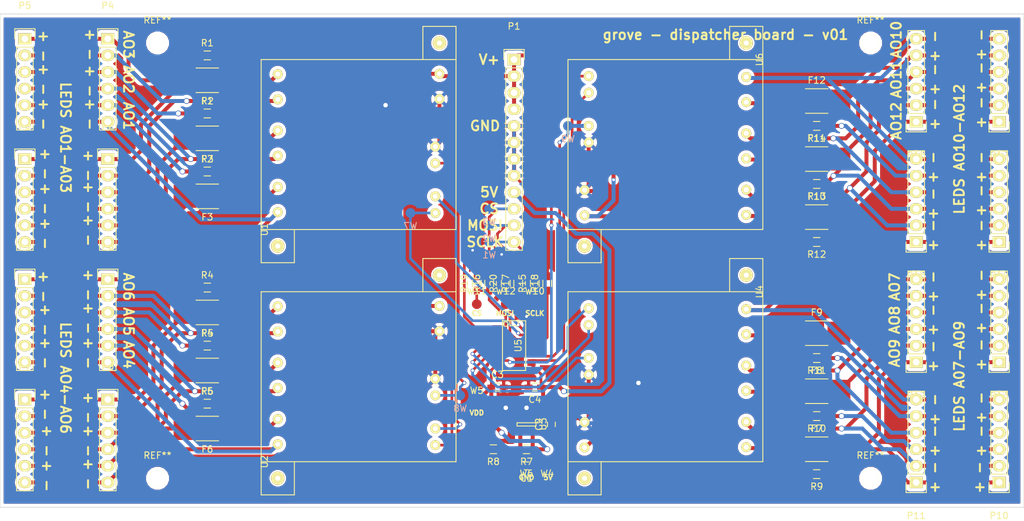
<source format=kicad_pcb>
(kicad_pcb (version 4) (host pcbnew 4.0.2-stable)
  (title_block (title "Grove Dispatcher") (rev v01))
  (layers (0 F.Cu signal) (31 B.Cu signal) (34 B.Paste user hide) (35 F.Paste user hide) (36 B.SilkS user) (37 F.SilkS user) (38 B.Mask user hide) (39 F.Mask user hide) (44 Edge.Cuts user hide))
  (net 0 "")
  (net 1 "Net-(F1-Pad1)")
  (net 2 "Net-(F1-Pad2)")
  (net 3 "Net-(F2-Pad1)")
  (net 4 "Net-(F2-Pad2)")
  (net 5 "Net-(F3-Pad1)")
  (net 6 "Net-(F3-Pad2)")
  (net 7 "Net-(F4-Pad1)")
  (net 8 "Net-(F4-Pad2)")
  (net 9 "Net-(F5-Pad1)")
  (net 10 "Net-(F5-Pad2)")
  (net 11 "Net-(F6-Pad1)")
  (net 12 "Net-(F6-Pad2)")
  (net 13 "Net-(F7-Pad1)")
  (net 14 "Net-(F7-Pad2)")
  (net 15 "Net-(F8-Pad1)")
  (net 16 "Net-(F8-Pad2)")
  (net 17 "Net-(F9-Pad1)")
  (net 18 "Net-(F9-Pad2)")
  (net 19 "Net-(F10-Pad1)")
  (net 20 "Net-(F10-Pad2)")
  (net 21 "Net-(F11-Pad1)")
  (net 22 "Net-(F11-Pad2)")
  (net 23 "Net-(F12-Pad1)")
  (net 24 "Net-(F12-Pad2)")
  (net 25 /V+)
  (net 26 GND)
  (net 27 "Net-(P10-Pad2)")
  (net 28 "Net-(P10-Pad4)")
  (net 29 "Net-(P10-Pad6)")
  (net 30 "Net-(P2-Pad2)")
  (net 31 "Net-(P2-Pad4)")
  (net 32 "Net-(P2-Pad6)")
  (net 33 "Net-(P6-Pad2)")
  (net 34 +2V5)
  (net 35 +5V)
  (net 36 /SCLK_5V)
  (net 37 /MOSI_5V)
  (net 38 /CS_5V)
  (net 39 "Net-(P6-Pad4)")
  (net 40 "Net-(P6-Pad6)")
  (net 41 "Net-(P14-Pad2)")
  (net 42 "Net-(P14-Pad4)")
  (net 43 "Net-(P14-Pad6)")
  (net 44 "Net-(R7-Pad2)")
  (net 45 /AO3)
  (net 46 /AO2)
  (net 47 /AO1)
  (net 48 /AO6)
  (net 49 /AO5)
  (net 50 /AO4)
  (net 51 /AO9)
  (net 52 /AO8)
  (net 53 /AO7)
  (net 54 /AO10)
  (net 55 /AO11)
  (net 56 /AO12)
  (net 57 "Net-(R15-Pad1)")
  (net 58 "Net-(R16-Pad1)")
  (net 59 "Net-(R17-Pad1)")
  (module Resistors_SMD:R_1812_HandSoldering (layer F.Cu) (at 93.345 67.31 180)
    (fp_text reference F1 (at 0 -3.175 180) (layer F.SilkS))
    (fp_text value PTC)
    (pad 1 smd rect (at -3.4036 0 180) (size 3.5 3.5) (layers F.Cu F.Paste F.Mask) (net 1 "Net-(F1-Pad1)"))
    (pad 2 smd rect (at 3.4036 0 180) (size 3.5 3.5) (layers F.Cu F.Paste F.Mask) (net 2 "Net-(F1-Pad2)"))
  )
  (module Resistors_SMD:R_1812_HandSoldering (layer F.Cu) (at 93.345 76.2 180)
    (fp_text reference F2 (at 0 -3.175 180) (layer F.SilkS))
    (fp_text value PTC)
    (pad 1 smd rect (at -3.4036 0 180) (size 3.5 3.5) (layers F.Cu F.Paste F.Mask) (net 3 "Net-(F2-Pad1)"))
    (pad 2 smd rect (at 3.4036 0 180) (size 3.5 3.5) (layers F.Cu F.Paste F.Mask) (net 4 "Net-(F2-Pad2)"))
  )
  (module Resistors_SMD:R_1812_HandSoldering (layer F.Cu) (at 93.345 85.09 180)
    (fp_text reference F3 (at 0 -3.175 180) (layer F.SilkS))
    (fp_text value PTC)
    (pad 1 smd rect (at -3.4036 0 180) (size 3.5 3.5) (layers F.Cu F.Paste F.Mask) (net 5 "Net-(F3-Pad1)"))
    (pad 2 smd rect (at 3.4036 0 180) (size 3.5 3.5) (layers F.Cu F.Paste F.Mask) (net 6 "Net-(F3-Pad2)"))
  )
  (module Resistors_SMD:R_1812_HandSoldering (layer F.Cu) (at 93.345 102.87 180)
    (fp_text reference F4 (at 0 -3.175 180) (layer F.SilkS))
    (fp_text value PTC)
    (pad 1 smd rect (at -3.4036 0 180) (size 3.5 3.5) (layers F.Cu F.Paste F.Mask) (net 7 "Net-(F4-Pad1)"))
    (pad 2 smd rect (at 3.4036 0 180) (size 3.5 3.5) (layers F.Cu F.Paste F.Mask) (net 8 "Net-(F4-Pad2)"))
  )
  (module Resistors_SMD:R_1812_HandSoldering (layer F.Cu) (at 93.345 111.76 180)
    (fp_text reference F5 (at 0 -3.175 180) (layer F.SilkS))
    (fp_text value PTC)
    (pad 1 smd rect (at -3.4036 0 180) (size 3.5 3.5) (layers F.Cu F.Paste F.Mask) (net 9 "Net-(F5-Pad1)"))
    (pad 2 smd rect (at 3.4036 0 180) (size 3.5 3.5) (layers F.Cu F.Paste F.Mask) (net 10 "Net-(F5-Pad2)"))
  )
  (module Resistors_SMD:R_1812_HandSoldering (layer F.Cu) (at 93.345 120.65 180)
    (fp_text reference F6 (at 0 -3.175 180) (layer F.SilkS))
    (fp_text value PTC)
    (pad 1 smd rect (at -3.4036 0 180) (size 3.5 3.5) (layers F.Cu F.Paste F.Mask) (net 11 "Net-(F6-Pad1)"))
    (pad 2 smd rect (at 3.4036 0 180) (size 3.5 3.5) (layers F.Cu F.Paste F.Mask) (net 12 "Net-(F6-Pad2)"))
  )
  (module Resistors_SMD:R_1812_HandSoldering (layer F.Cu) (at 186.69 123.825)
    (fp_text reference F7 (at 0 -3.175) (layer F.SilkS))
    (fp_text value PTC)
    (pad 1 smd rect (at -3.4036 0) (size 3.5 3.5) (layers F.Cu F.Paste F.Mask) (net 13 "Net-(F7-Pad1)"))
    (pad 2 smd rect (at 3.4036 0) (size 3.5 3.5) (layers F.Cu F.Paste F.Mask) (net 14 "Net-(F7-Pad2)"))
  )
  (module Resistors_SMD:R_1812_HandSoldering (layer F.Cu) (at 186.69 114.935)
    (fp_text reference F8 (at 0 -3.175) (layer F.SilkS))
    (fp_text value PTC)
    (pad 1 smd rect (at -3.4036 0) (size 3.5 3.5) (layers F.Cu F.Paste F.Mask) (net 15 "Net-(F8-Pad1)"))
    (pad 2 smd rect (at 3.4036 0) (size 3.5 3.5) (layers F.Cu F.Paste F.Mask) (net 16 "Net-(F8-Pad2)"))
  )
  (module Resistors_SMD:R_1812_HandSoldering (layer F.Cu) (at 186.69 106.045)
    (fp_text reference F9 (at 0 -3.175) (layer F.SilkS))
    (fp_text value PTC)
    (pad 1 smd rect (at -3.4036 0) (size 3.5 3.5) (layers F.Cu F.Paste F.Mask) (net 17 "Net-(F9-Pad1)"))
    (pad 2 smd rect (at 3.4036 0) (size 3.5 3.5) (layers F.Cu F.Paste F.Mask) (net 18 "Net-(F9-Pad2)"))
  )
  (module Resistors_SMD:R_1812_HandSoldering (layer F.Cu) (at 186.69 88.265)
    (fp_text reference F10 (at 0 -3.175) (layer F.SilkS))
    (fp_text value PTC)
    (pad 1 smd rect (at -3.4036 0) (size 3.5 3.5) (layers F.Cu F.Paste F.Mask) (net 19 "Net-(F10-Pad1)"))
    (pad 2 smd rect (at 3.4036 0) (size 3.5 3.5) (layers F.Cu F.Paste F.Mask) (net 20 "Net-(F10-Pad2)"))
  )
  (module Resistors_SMD:R_1812_HandSoldering (layer F.Cu) (at 186.69 79.375)
    (fp_text reference F11 (at 0 -3.175) (layer F.SilkS))
    (fp_text value PTC)
    (pad 1 smd rect (at -3.4036 0) (size 3.5 3.5) (layers F.Cu F.Paste F.Mask) (net 21 "Net-(F11-Pad1)"))
    (pad 2 smd rect (at 3.4036 0) (size 3.5 3.5) (layers F.Cu F.Paste F.Mask) (net 22 "Net-(F11-Pad2)"))
  )
  (module Resistors_SMD:R_1812_HandSoldering (layer F.Cu) (at 186.69 70.485)
    (fp_text reference F12 (at 0 -3.175) (layer F.SilkS))
    (fp_text value PTC)
    (pad 1 smd rect (at -3.4036 0) (size 3.5 3.5) (layers F.Cu F.Paste F.Mask) (net 23 "Net-(F12-Pad1)"))
    (pad 2 smd rect (at 3.4036 0) (size 3.5 3.5) (layers F.Cu F.Paste F.Mask) (net 24 "Net-(F12-Pad2)"))
  )
  (module Pin_Headers:Pin_Header_Straight_1x06 (layer F.Cu) (at 78.105 79.375)
    (fp_text reference P2 (at 0 -5.1) (layer F.SilkS))
    (fp_text value CONN_01X06)
    (pad 1 thru_hole rect (at 0 0) (size 2.032 1.7272) (drill 1.016) (layers *.Cu *.Mask F.SilkS) (net 2 "Net-(F1-Pad2)"))
    (pad 2 thru_hole oval (at 0 2.54) (size 2.032 1.7272) (drill 1.016) (layers *.Cu *.Mask F.SilkS) (net 30 "Net-(P2-Pad2)"))
    (pad 3 thru_hole oval (at 0 5.08) (size 2.032 1.7272) (drill 1.016) (layers *.Cu *.Mask F.SilkS) (net 4 "Net-(F2-Pad2)"))
    (pad 4 thru_hole oval (at 0 7.62) (size 2.032 1.7272) (drill 1.016) (layers *.Cu *.Mask F.SilkS) (net 31 "Net-(P2-Pad4)"))
    (pad 5 thru_hole oval (at 0 10.16) (size 2.032 1.7272) (drill 1.016) (layers *.Cu *.Mask F.SilkS) (net 6 "Net-(F3-Pad2)"))
    (pad 6 thru_hole oval (at 0 12.7) (size 2.032 1.7272) (drill 1.016) (layers *.Cu *.Mask F.SilkS) (net 32 "Net-(P2-Pad6)"))
  )
  (module Pin_Headers:Pin_Header_Straight_1x06 (layer F.Cu) (at 78.105 116.205)
    (fp_text reference P6 (at 0 -5.1) (layer F.SilkS))
    (fp_text value CONN_01X06)
    (pad 1 thru_hole rect (at 0 0) (size 2.032 1.7272) (drill 1.016) (layers *.Cu *.Mask F.SilkS) (net 8 "Net-(F4-Pad2)"))
    (pad 2 thru_hole oval (at 0 2.54) (size 2.032 1.7272) (drill 1.016) (layers *.Cu *.Mask F.SilkS) (net 33 "Net-(P6-Pad2)"))
    (pad 3 thru_hole oval (at 0 5.08) (size 2.032 1.7272) (drill 1.016) (layers *.Cu *.Mask F.SilkS) (net 10 "Net-(F5-Pad2)"))
    (pad 4 thru_hole oval (at 0 7.62) (size 2.032 1.7272) (drill 1.016) (layers *.Cu *.Mask F.SilkS) (net 39 "Net-(P6-Pad4)"))
    (pad 5 thru_hole oval (at 0 10.16) (size 2.032 1.7272) (drill 1.016) (layers *.Cu *.Mask F.SilkS) (net 12 "Net-(F6-Pad2)"))
    (pad 6 thru_hole oval (at 0 12.7) (size 2.032 1.7272) (drill 1.016) (layers *.Cu *.Mask F.SilkS) (net 40 "Net-(P6-Pad6)"))
  )
  (module Pin_Headers:Pin_Header_Straight_1x06 (layer F.Cu) (at 65.405 116.205)
    (fp_text reference P7 (at 0 -5.1) (layer F.SilkS))
    (fp_text value CONN_01X06)
    (pad 1 thru_hole rect (at 0 0) (size 2.032 1.7272) (drill 1.016) (layers *.Cu *.Mask F.SilkS) (net 8 "Net-(F4-Pad2)"))
    (pad 2 thru_hole oval (at 0 2.54) (size 2.032 1.7272) (drill 1.016) (layers *.Cu *.Mask F.SilkS) (net 33 "Net-(P6-Pad2)"))
    (pad 3 thru_hole oval (at 0 5.08) (size 2.032 1.7272) (drill 1.016) (layers *.Cu *.Mask F.SilkS) (net 10 "Net-(F5-Pad2)"))
    (pad 4 thru_hole oval (at 0 7.62) (size 2.032 1.7272) (drill 1.016) (layers *.Cu *.Mask F.SilkS) (net 39 "Net-(P6-Pad4)"))
    (pad 5 thru_hole oval (at 0 10.16) (size 2.032 1.7272) (drill 1.016) (layers *.Cu *.Mask F.SilkS) (net 12 "Net-(F6-Pad2)"))
    (pad 6 thru_hole oval (at 0 12.7) (size 2.032 1.7272) (drill 1.016) (layers *.Cu *.Mask F.SilkS) (net 40 "Net-(P6-Pad6)"))
  )
  (module Pin_Headers:Pin_Header_Straight_1x06 (layer F.Cu) (at 78.105 97.79)
    (fp_text reference P8 (at 0 -5.1) (layer F.SilkS))
    (fp_text value CONN_01X06)
    (pad 1 thru_hole rect (at 0 0) (size 2.032 1.7272) (drill 1.016) (layers *.Cu *.Mask F.SilkS) (net 8 "Net-(F4-Pad2)"))
    (pad 2 thru_hole oval (at 0 2.54) (size 2.032 1.7272) (drill 1.016) (layers *.Cu *.Mask F.SilkS) (net 33 "Net-(P6-Pad2)"))
    (pad 3 thru_hole oval (at 0 5.08) (size 2.032 1.7272) (drill 1.016) (layers *.Cu *.Mask F.SilkS) (net 10 "Net-(F5-Pad2)"))
    (pad 4 thru_hole oval (at 0 7.62) (size 2.032 1.7272) (drill 1.016) (layers *.Cu *.Mask F.SilkS) (net 39 "Net-(P6-Pad4)"))
    (pad 5 thru_hole oval (at 0 10.16) (size 2.032 1.7272) (drill 1.016) (layers *.Cu *.Mask F.SilkS) (net 12 "Net-(F6-Pad2)"))
    (pad 6 thru_hole oval (at 0 12.7) (size 2.032 1.7272) (drill 1.016) (layers *.Cu *.Mask F.SilkS) (net 40 "Net-(P6-Pad6)"))
  )
  (module Pin_Headers:Pin_Header_Straight_1x06 (layer F.Cu) (at 65.405 97.79)
    (fp_text reference P9 (at 0 -5.1) (layer F.SilkS))
    (fp_text value CONN_01X06)
    (pad 1 thru_hole rect (at 0 0) (size 2.032 1.7272) (drill 1.016) (layers *.Cu *.Mask F.SilkS) (net 8 "Net-(F4-Pad2)"))
    (pad 2 thru_hole oval (at 0 2.54) (size 2.032 1.7272) (drill 1.016) (layers *.Cu *.Mask F.SilkS) (net 33 "Net-(P6-Pad2)"))
    (pad 3 thru_hole oval (at 0 5.08) (size 2.032 1.7272) (drill 1.016) (layers *.Cu *.Mask F.SilkS) (net 10 "Net-(F5-Pad2)"))
    (pad 4 thru_hole oval (at 0 7.62) (size 2.032 1.7272) (drill 1.016) (layers *.Cu *.Mask F.SilkS) (net 39 "Net-(P6-Pad4)"))
    (pad 5 thru_hole oval (at 0 10.16) (size 2.032 1.7272) (drill 1.016) (layers *.Cu *.Mask F.SilkS) (net 12 "Net-(F6-Pad2)"))
    (pad 6 thru_hole oval (at 0 12.7) (size 2.032 1.7272) (drill 1.016) (layers *.Cu *.Mask F.SilkS) (net 40 "Net-(P6-Pad6)"))
  )
  (module Pin_Headers:Pin_Header_Straight_1x06 (layer F.Cu) (at 214.63 128.905 180)
    (fp_text reference P10 (at 0 -5.1 180) (layer F.SilkS))
    (fp_text value CONN_01X06)
    (pad 1 thru_hole rect (at 0 0 180) (size 2.032 1.7272) (drill 1.016) (layers *.Cu *.Mask F.SilkS) (net 14 "Net-(F7-Pad2)"))
    (pad 2 thru_hole oval (at 0 2.54 180) (size 2.032 1.7272) (drill 1.016) (layers *.Cu *.Mask F.SilkS) (net 27 "Net-(P10-Pad2)"))
    (pad 3 thru_hole oval (at 0 5.08 180) (size 2.032 1.7272) (drill 1.016) (layers *.Cu *.Mask F.SilkS) (net 16 "Net-(F8-Pad2)"))
    (pad 4 thru_hole oval (at 0 7.62 180) (size 2.032 1.7272) (drill 1.016) (layers *.Cu *.Mask F.SilkS) (net 28 "Net-(P10-Pad4)"))
    (pad 5 thru_hole oval (at 0 10.16 180) (size 2.032 1.7272) (drill 1.016) (layers *.Cu *.Mask F.SilkS) (net 18 "Net-(F9-Pad2)"))
    (pad 6 thru_hole oval (at 0 12.7 180) (size 2.032 1.7272) (drill 1.016) (layers *.Cu *.Mask F.SilkS) (net 29 "Net-(P10-Pad6)"))
  )
  (module Pin_Headers:Pin_Header_Straight_1x06 (layer F.Cu) (at 201.93 128.905 180)
    (fp_text reference P11 (at 0 -5.1 180) (layer F.SilkS))
    (fp_text value CONN_01X06)
    (pad 1 thru_hole rect (at 0 0 180) (size 2.032 1.7272) (drill 1.016) (layers *.Cu *.Mask F.SilkS) (net 14 "Net-(F7-Pad2)"))
    (pad 2 thru_hole oval (at 0 2.54 180) (size 2.032 1.7272) (drill 1.016) (layers *.Cu *.Mask F.SilkS) (net 27 "Net-(P10-Pad2)"))
    (pad 3 thru_hole oval (at 0 5.08 180) (size 2.032 1.7272) (drill 1.016) (layers *.Cu *.Mask F.SilkS) (net 16 "Net-(F8-Pad2)"))
    (pad 4 thru_hole oval (at 0 7.62 180) (size 2.032 1.7272) (drill 1.016) (layers *.Cu *.Mask F.SilkS) (net 28 "Net-(P10-Pad4)"))
    (pad 5 thru_hole oval (at 0 10.16 180) (size 2.032 1.7272) (drill 1.016) (layers *.Cu *.Mask F.SilkS) (net 18 "Net-(F9-Pad2)"))
    (pad 6 thru_hole oval (at 0 12.7 180) (size 2.032 1.7272) (drill 1.016) (layers *.Cu *.Mask F.SilkS) (net 29 "Net-(P10-Pad6)"))
  )
  (module Pin_Headers:Pin_Header_Straight_1x06 (layer F.Cu) (at 201.93 110.49 180)
    (fp_text reference P12 (at 0 -5.1 180) (layer F.SilkS))
    (fp_text value CONN_01X06)
    (pad 1 thru_hole rect (at 0 0 180) (size 2.032 1.7272) (drill 1.016) (layers *.Cu *.Mask F.SilkS) (net 14 "Net-(F7-Pad2)"))
    (pad 2 thru_hole oval (at 0 2.54 180) (size 2.032 1.7272) (drill 1.016) (layers *.Cu *.Mask F.SilkS) (net 27 "Net-(P10-Pad2)"))
    (pad 3 thru_hole oval (at 0 5.08 180) (size 2.032 1.7272) (drill 1.016) (layers *.Cu *.Mask F.SilkS) (net 16 "Net-(F8-Pad2)"))
    (pad 4 thru_hole oval (at 0 7.62 180) (size 2.032 1.7272) (drill 1.016) (layers *.Cu *.Mask F.SilkS) (net 28 "Net-(P10-Pad4)"))
    (pad 5 thru_hole oval (at 0 10.16 180) (size 2.032 1.7272) (drill 1.016) (layers *.Cu *.Mask F.SilkS) (net 18 "Net-(F9-Pad2)"))
    (pad 6 thru_hole oval (at 0 12.7 180) (size 2.032 1.7272) (drill 1.016) (layers *.Cu *.Mask F.SilkS) (net 29 "Net-(P10-Pad6)"))
  )
  (module Pin_Headers:Pin_Header_Straight_1x06 (layer F.Cu) (at 214.63 110.49 180)
    (fp_text reference P13 (at 0 -5.1 180) (layer F.SilkS))
    (fp_text value CONN_01X06)
    (pad 1 thru_hole rect (at 0 0 180) (size 2.032 1.7272) (drill 1.016) (layers *.Cu *.Mask F.SilkS) (net 14 "Net-(F7-Pad2)"))
    (pad 2 thru_hole oval (at 0 2.54 180) (size 2.032 1.7272) (drill 1.016) (layers *.Cu *.Mask F.SilkS) (net 27 "Net-(P10-Pad2)"))
    (pad 3 thru_hole oval (at 0 5.08 180) (size 2.032 1.7272) (drill 1.016) (layers *.Cu *.Mask F.SilkS) (net 16 "Net-(F8-Pad2)"))
    (pad 4 thru_hole oval (at 0 7.62 180) (size 2.032 1.7272) (drill 1.016) (layers *.Cu *.Mask F.SilkS) (net 28 "Net-(P10-Pad4)"))
    (pad 5 thru_hole oval (at 0 10.16 180) (size 2.032 1.7272) (drill 1.016) (layers *.Cu *.Mask F.SilkS) (net 18 "Net-(F9-Pad2)"))
    (pad 6 thru_hole oval (at 0 12.7 180) (size 2.032 1.7272) (drill 1.016) (layers *.Cu *.Mask F.SilkS) (net 29 "Net-(P10-Pad6)"))
  )
  (module Pin_Headers:Pin_Header_Straight_1x06 (layer F.Cu) (at 214.63 92.075 180)
    (fp_text reference P14 (at 0 -5.1 180) (layer F.SilkS))
    (fp_text value CONN_01X06)
    (pad 1 thru_hole rect (at 0 0 180) (size 2.032 1.7272) (drill 1.016) (layers *.Cu *.Mask F.SilkS) (net 20 "Net-(F10-Pad2)"))
    (pad 2 thru_hole oval (at 0 2.54 180) (size 2.032 1.7272) (drill 1.016) (layers *.Cu *.Mask F.SilkS) (net 41 "Net-(P14-Pad2)"))
    (pad 3 thru_hole oval (at 0 5.08 180) (size 2.032 1.7272) (drill 1.016) (layers *.Cu *.Mask F.SilkS) (net 22 "Net-(F11-Pad2)"))
    (pad 4 thru_hole oval (at 0 7.62 180) (size 2.032 1.7272) (drill 1.016) (layers *.Cu *.Mask F.SilkS) (net 42 "Net-(P14-Pad4)"))
    (pad 5 thru_hole oval (at 0 10.16 180) (size 2.032 1.7272) (drill 1.016) (layers *.Cu *.Mask F.SilkS) (net 24 "Net-(F12-Pad2)"))
    (pad 6 thru_hole oval (at 0 12.7 180) (size 2.032 1.7272) (drill 1.016) (layers *.Cu *.Mask F.SilkS) (net 43 "Net-(P14-Pad6)"))
  )
  (module Pin_Headers:Pin_Header_Straight_1x06 (layer F.Cu) (at 201.93 92.075 180)
    (fp_text reference P15 (at 0 -5.1 180) (layer F.SilkS))
    (fp_text value CONN_01X06)
    (pad 1 thru_hole rect (at 0 0 180) (size 2.032 1.7272) (drill 1.016) (layers *.Cu *.Mask F.SilkS) (net 20 "Net-(F10-Pad2)"))
    (pad 2 thru_hole oval (at 0 2.54 180) (size 2.032 1.7272) (drill 1.016) (layers *.Cu *.Mask F.SilkS) (net 41 "Net-(P14-Pad2)"))
    (pad 3 thru_hole oval (at 0 5.08 180) (size 2.032 1.7272) (drill 1.016) (layers *.Cu *.Mask F.SilkS) (net 22 "Net-(F11-Pad2)"))
    (pad 4 thru_hole oval (at 0 7.62 180) (size 2.032 1.7272) (drill 1.016) (layers *.Cu *.Mask F.SilkS) (net 42 "Net-(P14-Pad4)"))
    (pad 5 thru_hole oval (at 0 10.16 180) (size 2.032 1.7272) (drill 1.016) (layers *.Cu *.Mask F.SilkS) (net 24 "Net-(F12-Pad2)"))
    (pad 6 thru_hole oval (at 0 12.7 180) (size 2.032 1.7272) (drill 1.016) (layers *.Cu *.Mask F.SilkS) (net 43 "Net-(P14-Pad6)"))
  )
  (module Pin_Headers:Pin_Header_Straight_1x06 (layer F.Cu) (at 201.93 73.66 180)
    (fp_text reference P16 (at 0 -5.1 180) (layer F.SilkS))
    (fp_text value CONN_01X06)
    (pad 1 thru_hole rect (at 0 0 180) (size 2.032 1.7272) (drill 1.016) (layers *.Cu *.Mask F.SilkS) (net 20 "Net-(F10-Pad2)"))
    (pad 2 thru_hole oval (at 0 2.54 180) (size 2.032 1.7272) (drill 1.016) (layers *.Cu *.Mask F.SilkS) (net 41 "Net-(P14-Pad2)"))
    (pad 3 thru_hole oval (at 0 5.08 180) (size 2.032 1.7272) (drill 1.016) (layers *.Cu *.Mask F.SilkS) (net 22 "Net-(F11-Pad2)"))
    (pad 4 thru_hole oval (at 0 7.62 180) (size 2.032 1.7272) (drill 1.016) (layers *.Cu *.Mask F.SilkS) (net 42 "Net-(P14-Pad4)"))
    (pad 5 thru_hole oval (at 0 10.16 180) (size 2.032 1.7272) (drill 1.016) (layers *.Cu *.Mask F.SilkS) (net 24 "Net-(F12-Pad2)"))
    (pad 6 thru_hole oval (at 0 12.7 180) (size 2.032 1.7272) (drill 1.016) (layers *.Cu *.Mask F.SilkS) (net 43 "Net-(P14-Pad6)"))
  )
  (module Pin_Headers:Pin_Header_Straight_1x06 (layer F.Cu) (at 214.63 73.66 180)
    (fp_text reference P17 (at 0 -5.1 180) (layer F.SilkS))
    (fp_text value CONN_01X06)
    (pad 1 thru_hole rect (at 0 0 180) (size 2.032 1.7272) (drill 1.016) (layers *.Cu *.Mask F.SilkS) (net 20 "Net-(F10-Pad2)"))
    (pad 2 thru_hole oval (at 0 2.54 180) (size 2.032 1.7272) (drill 1.016) (layers *.Cu *.Mask F.SilkS) (net 41 "Net-(P14-Pad2)"))
    (pad 3 thru_hole oval (at 0 5.08 180) (size 2.032 1.7272) (drill 1.016) (layers *.Cu *.Mask F.SilkS) (net 22 "Net-(F11-Pad2)"))
    (pad 4 thru_hole oval (at 0 7.62 180) (size 2.032 1.7272) (drill 1.016) (layers *.Cu *.Mask F.SilkS) (net 42 "Net-(P14-Pad4)"))
    (pad 5 thru_hole oval (at 0 10.16 180) (size 2.032 1.7272) (drill 1.016) (layers *.Cu *.Mask F.SilkS) (net 24 "Net-(F12-Pad2)"))
    (pad 6 thru_hole oval (at 0 12.7 180) (size 2.032 1.7272) (drill 1.016) (layers *.Cu *.Mask F.SilkS) (net 43 "Net-(P14-Pad6)"))
  )
  (module Pin_Headers:Pin_Header_Straight_1x06 (layer F.Cu) (at 65.405 79.375)
    (fp_text reference P3 (at 0 -5.1) (layer F.SilkS))
    (fp_text value CONN_01X06)
    (pad 1 thru_hole rect (at 0 0) (size 2.032 1.7272) (drill 1.016) (layers *.Cu *.Mask F.SilkS) (net 2 "Net-(F1-Pad2)"))
    (pad 2 thru_hole oval (at 0 2.54) (size 2.032 1.7272) (drill 1.016) (layers *.Cu *.Mask F.SilkS) (net 30 "Net-(P2-Pad2)"))
    (pad 3 thru_hole oval (at 0 5.08) (size 2.032 1.7272) (drill 1.016) (layers *.Cu *.Mask F.SilkS) (net 4 "Net-(F2-Pad2)"))
    (pad 4 thru_hole oval (at 0 7.62) (size 2.032 1.7272) (drill 1.016) (layers *.Cu *.Mask F.SilkS) (net 31 "Net-(P2-Pad4)"))
    (pad 5 thru_hole oval (at 0 10.16) (size 2.032 1.7272) (drill 1.016) (layers *.Cu *.Mask F.SilkS) (net 6 "Net-(F3-Pad2)"))
    (pad 6 thru_hole oval (at 0 12.7) (size 2.032 1.7272) (drill 1.016) (layers *.Cu *.Mask F.SilkS) (net 32 "Net-(P2-Pad6)"))
  )
  (module Pin_Headers:Pin_Header_Straight_1x06 (layer F.Cu) (at 78.105 60.96)
    (fp_text reference P4 (at 0 -5.1) (layer F.SilkS))
    (fp_text value CONN_01X06)
    (pad 1 thru_hole rect (at 0 0) (size 2.032 1.7272) (drill 1.016) (layers *.Cu *.Mask F.SilkS) (net 2 "Net-(F1-Pad2)"))
    (pad 2 thru_hole oval (at 0 2.54) (size 2.032 1.7272) (drill 1.016) (layers *.Cu *.Mask F.SilkS) (net 30 "Net-(P2-Pad2)"))
    (pad 3 thru_hole oval (at 0 5.08) (size 2.032 1.7272) (drill 1.016) (layers *.Cu *.Mask F.SilkS) (net 4 "Net-(F2-Pad2)"))
    (pad 4 thru_hole oval (at 0 7.62) (size 2.032 1.7272) (drill 1.016) (layers *.Cu *.Mask F.SilkS) (net 31 "Net-(P2-Pad4)"))
    (pad 5 thru_hole oval (at 0 10.16) (size 2.032 1.7272) (drill 1.016) (layers *.Cu *.Mask F.SilkS) (net 6 "Net-(F3-Pad2)"))
    (pad 6 thru_hole oval (at 0 12.7) (size 2.032 1.7272) (drill 1.016) (layers *.Cu *.Mask F.SilkS) (net 32 "Net-(P2-Pad6)"))
  )
  (module Pin_Headers:Pin_Header_Straight_1x06 (layer F.Cu) (at 65.405 60.96)
    (fp_text reference P5 (at 0 -5.1) (layer F.SilkS))
    (fp_text value CONN_01X06)
    (pad 1 thru_hole rect (at 0 0) (size 2.032 1.7272) (drill 1.016) (layers *.Cu *.Mask F.SilkS) (net 2 "Net-(F1-Pad2)"))
    (pad 2 thru_hole oval (at 0 2.54) (size 2.032 1.7272) (drill 1.016) (layers *.Cu *.Mask F.SilkS) (net 30 "Net-(P2-Pad2)"))
    (pad 3 thru_hole oval (at 0 5.08) (size 2.032 1.7272) (drill 1.016) (layers *.Cu *.Mask F.SilkS) (net 4 "Net-(F2-Pad2)"))
    (pad 4 thru_hole oval (at 0 7.62) (size 2.032 1.7272) (drill 1.016) (layers *.Cu *.Mask F.SilkS) (net 31 "Net-(P2-Pad4)"))
    (pad 5 thru_hole oval (at 0 10.16) (size 2.032 1.7272) (drill 1.016) (layers *.Cu *.Mask F.SilkS) (net 6 "Net-(F3-Pad2)"))
    (pad 6 thru_hole oval (at 0 12.7) (size 2.032 1.7272) (drill 1.016) (layers *.Cu *.Mask F.SilkS) (net 32 "Net-(P2-Pad6)"))
  )
  (module Capacitors_SMD:C_0603_HandSoldering (layer F.Cu) (at 142.24 126.365 180)
    (fp_text reference C1 (at 0 -1.9 180) (layer F.SilkS))
    (fp_text value 1uF)
    (pad 1 smd rect (at -0.95 0 180) (size 1.2 0.75) (layers F.Cu F.Paste F.Mask) (net 34 +2V5))
    (pad 2 smd rect (at 0.95 0 180) (size 1.2 0.75) (layers F.Cu F.Paste F.Mask) (net 26 GND))
  )
  (module Capacitors_SMD:C_0603_HandSoldering (layer F.Cu) (at 146.05 120.015 90)
    (fp_text reference C2 (at 0 -1.9 90) (layer F.SilkS))
    (fp_text value 1uF)
    (pad 1 smd rect (at -0.95 0 90) (size 1.2 0.75) (layers F.Cu F.Paste F.Mask) (net 35 +5V))
    (pad 2 smd rect (at 0.95 0 90) (size 1.2 0.75) (layers F.Cu F.Paste F.Mask) (net 26 GND))
  )
  (module Capacitors_SMD:C_0603_HandSoldering (layer F.Cu) (at 137.795 114.3)
    (fp_text reference C3 (at 0 -1.9) (layer F.SilkS))
    (fp_text value 1uF)
    (pad 1 smd rect (at -0.95 0) (size 1.2 0.75) (layers F.Cu F.Paste F.Mask) (net 34 +2V5))
    (pad 2 smd rect (at 0.95 0) (size 1.2 0.75) (layers F.Cu F.Paste F.Mask) (net 26 GND))
  )
  (module Capacitors_SMD:C_0603_HandSoldering (layer F.Cu) (at 143.51 114.3 180)
    (fp_text reference C4 (at 0 -1.9 180) (layer F.SilkS))
    (fp_text value 1uF)
    (pad 1 smd rect (at -0.95 0 180) (size 1.2 0.75) (layers F.Cu F.Paste F.Mask) (net 35 +5V))
    (pad 2 smd rect (at 0.95 0 180) (size 1.2 0.75) (layers F.Cu F.Paste F.Mask) (net 26 GND))
  )
  (module Pin_Headers:Pin_Header_Straight_1x12 (layer F.Cu) (at 140.335 64.135)
    (fp_text reference P1 (at 0 -5.1) (layer F.SilkS))
    (fp_text value CONN_01X12)
    (pad 1 thru_hole rect (at 0 0) (size 2.032 1.7272) (drill 1.016) (layers *.Cu *.Mask F.SilkS) (net 25 /V+))
    (pad 2 thru_hole oval (at 0 2.54) (size 2.032 1.7272) (drill 1.016) (layers *.Cu *.Mask F.SilkS) (net 25 /V+))
    (pad 3 thru_hole oval (at 0 5.08) (size 2.032 1.7272) (drill 1.016) (layers *.Cu *.Mask F.SilkS) (net 25 /V+))
    (pad 4 thru_hole oval (at 0 7.62) (size 2.032 1.7272) (drill 1.016) (layers *.Cu *.Mask F.SilkS) (net 25 /V+))
    (pad 5 thru_hole oval (at 0 10.16) (size 2.032 1.7272) (drill 1.016) (layers *.Cu *.Mask F.SilkS) (net 26 GND))
    (pad 6 thru_hole oval (at 0 12.7) (size 2.032 1.7272) (drill 1.016) (layers *.Cu *.Mask F.SilkS) (net 26 GND))
    (pad 7 thru_hole oval (at 0 15.24) (size 2.032 1.7272) (drill 1.016) (layers *.Cu *.Mask F.SilkS) (net 26 GND))
    (pad 8 thru_hole oval (at 0 17.78) (size 2.032 1.7272) (drill 1.016) (layers *.Cu *.Mask F.SilkS) (net 26 GND))
    (pad 9 thru_hole oval (at 0 20.32) (size 2.032 1.7272) (drill 1.016) (layers *.Cu *.Mask F.SilkS) (net 35 +5V))
    (pad 10 thru_hole oval (at 0 22.86) (size 2.032 1.7272) (drill 1.016) (layers *.Cu *.Mask F.SilkS) (net 38 /CS_5V))
    (pad 11 thru_hole oval (at 0 25.4) (size 2.032 1.7272) (drill 1.016) (layers *.Cu *.Mask F.SilkS) (net 37 /MOSI_5V))
    (pad 12 thru_hole oval (at 0 27.94) (size 2.032 1.7272) (drill 1.016) (layers *.Cu *.Mask F.SilkS) (net 36 /SCLK_5V))
  )
  (module Resistors_SMD:R_0603_HandSoldering (layer F.Cu) (at 142.24 123.825 180)
    (fp_text reference R7 (at 0 -1.9 180) (layer F.SilkS))
    (fp_text value ?ohm)
    (pad 1 smd rect (at -1.1 0 180) (size 1.2 0.9) (layers F.Cu F.Paste F.Mask) (net 34 +2V5))
    (pad 2 smd rect (at 1.1 0 180) (size 1.2 0.9) (layers F.Cu F.Paste F.Mask) (net 44 "Net-(R7-Pad2)"))
  )
  (module Resistors_SMD:R_0603_HandSoldering (layer F.Cu) (at 137.16 123.825 180)
    (fp_text reference R8 (at 0 -1.9 180) (layer F.SilkS))
    (fp_text value ?ohms)
    (pad 1 smd rect (at -1.1 0 180) (size 1.2 0.9) (layers F.Cu F.Paste F.Mask) (net 44 "Net-(R7-Pad2)"))
    (pad 2 smd rect (at 1.1 0 180) (size 1.2 0.9) (layers F.Cu F.Paste F.Mask) (net 26 GND))
  )
  (module TO_SOT_Packages_SMD:SOT-23-5 (layer F.Cu) (at 142.24 120.015 270)
    (fp_text reference U3 (at -0.05 -2.55 270) (layer F.SilkS))
    (fp_text value "NCP603 ADJ / LD3985G25R")
    (pad 1 smd rect (at -1.1 -0.95 270) (size 1.06 0.65) (layers F.Cu F.Paste F.Mask) (net 35 +5V))
    (pad 2 smd rect (at -1.1 0 270) (size 1.06 0.65) (layers F.Cu F.Paste F.Mask) (net 26 GND))
    (pad 3 smd rect (at -1.1 0.95 270) (size 1.06 0.65) (layers F.Cu F.Paste F.Mask) (net 35 +5V))
    (pad 4 smd rect (at 1.1 0.95 270) (size 1.06 0.65) (layers F.Cu F.Paste F.Mask) (net 44 "Net-(R7-Pad2)"))
    (pad 5 smd rect (at 1.1 -0.95 270) (size 1.06 0.65) (layers F.Cu F.Paste F.Mask) (net 34 +2V5))
  )
  (module SMD_Packages:SSOP-20 (layer F.Cu) (at 140.335 107.95 270)
    (fp_text reference U5 (at 0 -0.635 270) (layer F.SilkS))
    (fp_text value BH2221FV)
    (pad 1 smd rect (at -2.921 2.667 270) (size 0.4064 1.27) (layers F.Cu F.Paste F.Mask))
    (pad 2 smd rect (at -2.286 2.667 270) (size 0.4064 1.27) (layers F.Cu F.Paste F.Mask) (net 45 /AO3))
    (pad 3 smd rect (at -1.6256 2.667 270) (size 0.4064 1.27) (layers F.Cu F.Paste F.Mask) (net 50 /AO4))
    (pad 4 smd rect (at -0.9652 2.667 270) (size 0.4064 1.27) (layers F.Cu F.Paste F.Mask) (net 49 /AO5))
    (pad 5 smd rect (at -0.3302 2.667 270) (size 0.4064 1.27) (layers F.Cu F.Paste F.Mask) (net 48 /AO6))
    (pad 6 smd rect (at 0.3302 2.667 270) (size 0.4064 1.27) (layers F.Cu F.Paste F.Mask) (net 53 /AO7))
    (pad 7 smd rect (at 0.9906 2.667 270) (size 0.4064 1.27) (layers F.Cu F.Paste F.Mask) (net 52 /AO8))
    (pad 8 smd rect (at 1.6256 2.667 270) (size 0.4064 1.27) (layers F.Cu F.Paste F.Mask) (net 51 /AO9))
    (pad 9 smd rect (at 2.286 2.667 270) (size 0.4064 1.27) (layers F.Cu F.Paste F.Mask) (net 54 /AO10))
    (pad 10 smd rect (at 2.921 2.667 270) (size 0.4064 1.27) (layers F.Cu F.Paste F.Mask) (net 34 +2V5))
    (pad 11 smd rect (at 2.921 -2.667 270) (size 0.4064 1.27) (layers F.Cu F.Paste F.Mask) (net 35 +5V))
    (pad 12 smd rect (at 2.286 -2.667 270) (size 0.4064 1.27) (layers F.Cu F.Paste F.Mask) (net 55 /AO11))
    (pad 13 smd rect (at 1.6256 -2.667 270) (size 0.4064 1.27) (layers F.Cu F.Paste F.Mask) (net 56 /AO12))
    (pad 14 smd rect (at 0.9906 -2.667 270) (size 0.4064 1.27) (layers F.Cu F.Paste F.Mask))
    (pad 15 smd rect (at 0.3302 -2.667 270) (size 0.4064 1.27) (layers F.Cu F.Paste F.Mask) (net 58 "Net-(R16-Pad1)"))
    (pad 16 smd rect (at -0.3302 -2.667 270) (size 0.4064 1.27) (layers F.Cu F.Paste F.Mask) (net 57 "Net-(R15-Pad1)"))
    (pad 17 smd rect (at -0.9652 -2.667 270) (size 0.4064 1.27) (layers F.Cu F.Paste F.Mask) (net 59 "Net-(R17-Pad1)"))
    (pad 18 smd rect (at -1.6256 -2.667 270) (size 0.4064 1.27) (layers F.Cu F.Paste F.Mask) (net 47 /AO1))
    (pad 19 smd rect (at -2.286 -2.667 270) (size 0.4064 1.27) (layers F.Cu F.Paste F.Mask) (net 46 /AO2))
    (pad 20 smd rect (at -2.921 -2.667 270) (size 0.4064 1.27) (layers F.Cu F.Paste F.Mask) (net 26 GND))
  )
  (module Measurement_Points:Measurement_Point_Round-SMD-Pad_Small (layer B.Cu) (at 136.525 92.075)
    (fp_text reference W1 (at 0 2) (layer B.SilkS) (effects (justify mirror)))
    (fp_text value SCLK)
    (pad 1 smd circle (at 0 0) (size 1.5 1.5) (layers B.Cu B.Mask) (net 36 /SCLK_5V))
  )
  (module Measurement_Points:Measurement_Point_Round-SMD-Pad_Small (layer B.Cu) (at 136.525 89.535)
    (fp_text reference W2 (at 0 2) (layer B.SilkS) (effects (justify mirror)))
    (fp_text value MOSI)
    (pad 1 smd circle (at 0 0) (size 1.5 1.5) (layers B.Cu B.Mask) (net 37 /MOSI_5V))
  )
  (module Measurement_Points:Measurement_Point_Round-SMD-Pad_Small (layer B.Cu) (at 136.525 86.995)
    (fp_text reference W3 (at 0 2) (layer B.SilkS) (effects (justify mirror)))
    (fp_text value CS)
    (pad 1 smd circle (at 0 0) (size 1.5 1.5) (layers B.Cu B.Mask) (net 38 /CS_5V))
  )
  (module Measurement_Points:Measurement_Point_Round-SMD-Pad_Small (layer F.Cu) (at 145.415 129.54)
    (fp_text reference W4 (at 0 -2) (layer F.SilkS))
    (fp_text value 5V)
    (pad 1 smd circle (at 0 0) (size 1.5 1.5) (layers F.Cu F.Mask) (net 35 +5V))
  )
  (module Measurement_Points:Measurement_Point_Round-SMD-Pad_Small (layer F.Cu) (at 134.62 116.84)
    (fp_text reference W5 (at 0 -2) (layer F.SilkS))
    (fp_text value 2V5)
    (pad 1 smd circle (at 0 0) (size 1.5 1.5) (layers F.Cu F.Mask) (net 34 +2V5))
  )
  (module Measurement_Points:Measurement_Point_Round-SMD-Pad_Small (layer F.Cu) (at 142.24 129.54)
    (fp_text reference W6 (at 0 -2) (layer F.SilkS))
    (fp_text value GND)
    (pad 1 smd circle (at 0 0) (size 1.5 1.5) (layers F.Cu F.Mask) (net 26 GND))
  )
  (module Measurement_Points:Measurement_Point_Round-SMD-Pad_Small (layer B.Cu) (at 124.46 87.63)
    (fp_text reference W7 (at 0 2) (layer B.SilkS) (effects (justify mirror)))
    (fp_text value AO1)
    (pad 1 smd circle (at 0 0) (size 1.5 1.5) (layers B.Cu B.Mask) (net 47 /AO1))
  )
  (module Measurement_Points:Measurement_Point_Round-SMD-Pad_Small (layer B.Cu) (at 132.08 115.57)
    (fp_text reference W8 (at 0 2) (layer B.SilkS) (effects (justify mirror)))
    (fp_text value AO6)
    (pad 1 smd circle (at 0 0) (size 1.5 1.5) (layers B.Cu B.Mask) (net 48 /AO6))
  )
  (module Measurement_Points:Measurement_Point_Round-SMD-Pad_Small (layer B.Cu) (at 148.59 74.295)
    (fp_text reference W9 (at 0 2) (layer B.SilkS) (effects (justify mirror)))
    (fp_text value AO12)
    (pad 1 smd circle (at 0 0) (size 1.5 1.5) (layers B.Cu B.Mask) (net 56 /AO12))
  )
  (module Resistors_SMD:R_0603_HandSoldering (layer F.Cu) (at 143.51 98.425 90)
    (fp_text reference R15 (at 0 -1.9 90) (layer F.SilkS))
    (fp_text value 10ohm)
    (pad 1 smd rect (at -1.1 0 90) (size 1.2 0.9) (layers F.Cu F.Paste F.Mask) (net 57 "Net-(R15-Pad1)"))
    (pad 2 smd rect (at 1.1 0 90) (size 1.2 0.9) (layers F.Cu F.Paste F.Mask) (net 36 /SCLK_5V))
  )
  (module Resistors_SMD:R_0603_HandSoldering (layer F.Cu) (at 136.525 98.425 90)
    (fp_text reference R16 (at 0 -1.9 90) (layer F.SilkS))
    (fp_text value 10ohm)
    (pad 1 smd rect (at -1.1 0 90) (size 1.2 0.9) (layers F.Cu F.Paste F.Mask) (net 58 "Net-(R16-Pad1)"))
    (pad 2 smd rect (at 1.1 0 90) (size 1.2 0.9) (layers F.Cu F.Paste F.Mask) (net 38 /CS_5V))
  )
  (module Resistors_SMD:R_0603_HandSoldering (layer F.Cu) (at 140.97 98.425 90)
    (fp_text reference R17 (at 0 -1.9 90) (layer F.SilkS))
    (fp_text value 10ohm)
    (pad 1 smd rect (at -1.1 0 90) (size 1.2 0.9) (layers F.Cu F.Paste F.Mask) (net 59 "Net-(R17-Pad1)"))
    (pad 2 smd rect (at 1.1 0 90) (size 1.2 0.9) (layers F.Cu F.Paste F.Mask) (net 37 /MOSI_5V))
  )
  (module Resistors_SMD:R_0603_HandSoldering (layer F.Cu) (at 145.415 98.425 90)
    (fp_text reference R18 (at 0 -1.9 90) (layer F.SilkS))
    (fp_text value 1kOhm)
    (pad 1 smd rect (at -1.1 0 90) (size 1.2 0.9) (layers F.Cu F.Paste F.Mask) (net 57 "Net-(R15-Pad1)"))
    (pad 2 smd rect (at 1.1 0 90) (size 1.2 0.9) (layers F.Cu F.Paste F.Mask) (net 26 GND))
  )
  (module Resistors_SMD:R_0603_HandSoldering (layer F.Cu) (at 134.62 98.425 90)
    (fp_text reference R19 (at 0 -1.9 90) (layer F.SilkS))
    (fp_text value 1kOhm)
    (pad 1 smd rect (at -1.1 0 90) (size 1.2 0.9) (layers F.Cu F.Paste F.Mask) (net 58 "Net-(R16-Pad1)"))
    (pad 2 smd rect (at 1.1 0 90) (size 1.2 0.9) (layers F.Cu F.Paste F.Mask) (net 26 GND))
  )
  (module Resistors_SMD:R_0603_HandSoldering (layer F.Cu) (at 139.065 98.425 90)
    (fp_text reference R20 (at 0 -1.9 90) (layer F.SilkS))
    (fp_text value 1kOhm)
    (pad 1 smd rect (at -1.1 0 90) (size 1.2 0.9) (layers F.Cu F.Paste F.Mask) (net 59 "Net-(R17-Pad1)"))
    (pad 2 smd rect (at 1.1 0 90) (size 1.2 0.9) (layers F.Cu F.Paste F.Mask) (net 26 GND))
  )
  (module Resistors_SMD:R_0603_HandSoldering (layer F.Cu) (at 93.345 63.5)
    (fp_text reference R1 (at 0 -1.9) (layer F.SilkS))
    (fp_text value 0)
    (pad 1 smd rect (at -1.1 0) (size 1.2 0.9) (layers F.Cu F.Paste F.Mask) (net 2 "Net-(F1-Pad2)"))
    (pad 2 smd rect (at 1.1 0) (size 1.2 0.9) (layers F.Cu F.Paste F.Mask) (net 1 "Net-(F1-Pad1)"))
  )
  (module Resistors_SMD:R_0603_HandSoldering (layer F.Cu) (at 93.345 72.39)
    (fp_text reference R2 (at 0 -1.9) (layer F.SilkS))
    (fp_text value 0)
    (pad 1 smd rect (at -1.1 0) (size 1.2 0.9) (layers F.Cu F.Paste F.Mask) (net 4 "Net-(F2-Pad2)"))
    (pad 2 smd rect (at 1.1 0) (size 1.2 0.9) (layers F.Cu F.Paste F.Mask) (net 3 "Net-(F2-Pad1)"))
  )
  (module Resistors_SMD:R_0603_HandSoldering (layer F.Cu) (at 93.345 81.28)
    (fp_text reference R3 (at 0 -1.9) (layer F.SilkS))
    (fp_text value 0)
    (pad 1 smd rect (at -1.1 0) (size 1.2 0.9) (layers F.Cu F.Paste F.Mask) (net 6 "Net-(F3-Pad2)"))
    (pad 2 smd rect (at 1.1 0) (size 1.2 0.9) (layers F.Cu F.Paste F.Mask) (net 5 "Net-(F3-Pad1)"))
  )
  (module Resistors_SMD:R_0603_HandSoldering (layer F.Cu) (at 93.345 99.06)
    (fp_text reference R4 (at 0 -1.9) (layer F.SilkS))
    (fp_text value 0)
    (pad 1 smd rect (at -1.1 0) (size 1.2 0.9) (layers F.Cu F.Paste F.Mask) (net 8 "Net-(F4-Pad2)"))
    (pad 2 smd rect (at 1.1 0) (size 1.2 0.9) (layers F.Cu F.Paste F.Mask) (net 7 "Net-(F4-Pad1)"))
  )
  (module Resistors_SMD:R_0603_HandSoldering (layer F.Cu) (at 93.345 107.95)
    (fp_text reference R5 (at 0 -1.9) (layer F.SilkS))
    (fp_text value 0)
    (pad 1 smd rect (at -1.1 0) (size 1.2 0.9) (layers F.Cu F.Paste F.Mask) (net 10 "Net-(F5-Pad2)"))
    (pad 2 smd rect (at 1.1 0) (size 1.2 0.9) (layers F.Cu F.Paste F.Mask) (net 9 "Net-(F5-Pad1)"))
  )
  (module Resistors_SMD:R_0603_HandSoldering (layer F.Cu) (at 93.345 116.84)
    (fp_text reference R6 (at 0 -1.9) (layer F.SilkS))
    (fp_text value 0)
    (pad 1 smd rect (at -1.1 0) (size 1.2 0.9) (layers F.Cu F.Paste F.Mask) (net 12 "Net-(F6-Pad2)"))
    (pad 2 smd rect (at 1.1 0) (size 1.2 0.9) (layers F.Cu F.Paste F.Mask) (net 11 "Net-(F6-Pad1)"))
  )
  (module Resistors_SMD:R_0603_HandSoldering (layer F.Cu) (at 186.69 127.635 180)
    (fp_text reference R9 (at 0 -1.9 180) (layer F.SilkS))
    (fp_text value 0)
    (pad 1 smd rect (at -1.1 0 180) (size 1.2 0.9) (layers F.Cu F.Paste F.Mask) (net 14 "Net-(F7-Pad2)"))
    (pad 2 smd rect (at 1.1 0 180) (size 1.2 0.9) (layers F.Cu F.Paste F.Mask) (net 13 "Net-(F7-Pad1)"))
  )
  (module Resistors_SMD:R_0603_HandSoldering (layer F.Cu) (at 186.69 118.745 180)
    (fp_text reference R10 (at 0 -1.9 180) (layer F.SilkS))
    (fp_text value 0)
    (pad 1 smd rect (at -1.1 0 180) (size 1.2 0.9) (layers F.Cu F.Paste F.Mask) (net 16 "Net-(F8-Pad2)"))
    (pad 2 smd rect (at 1.1 0 180) (size 1.2 0.9) (layers F.Cu F.Paste F.Mask) (net 15 "Net-(F8-Pad1)"))
  )
  (module Resistors_SMD:R_0603_HandSoldering (layer F.Cu) (at 186.69 109.855 180)
    (fp_text reference R11 (at 0 -1.9 180) (layer F.SilkS))
    (fp_text value 0)
    (pad 1 smd rect (at -1.1 0 180) (size 1.2 0.9) (layers F.Cu F.Paste F.Mask) (net 18 "Net-(F9-Pad2)"))
    (pad 2 smd rect (at 1.1 0 180) (size 1.2 0.9) (layers F.Cu F.Paste F.Mask) (net 17 "Net-(F9-Pad1)"))
  )
  (module Resistors_SMD:R_0603_HandSoldering (layer F.Cu) (at 186.69 92.075 180)
    (fp_text reference R12 (at 0 -1.9 180) (layer F.SilkS))
    (fp_text value 0)
    (pad 1 smd rect (at -1.1 0 180) (size 1.2 0.9) (layers F.Cu F.Paste F.Mask) (net 20 "Net-(F10-Pad2)"))
    (pad 2 smd rect (at 1.1 0 180) (size 1.2 0.9) (layers F.Cu F.Paste F.Mask) (net 19 "Net-(F10-Pad1)"))
  )
  (module Resistors_SMD:R_0603_HandSoldering (layer F.Cu) (at 186.69 83.185 180)
    (fp_text reference R13 (at 0 -1.9 180) (layer F.SilkS))
    (fp_text value 0)
    (pad 1 smd rect (at -1.1 0 180) (size 1.2 0.9) (layers F.Cu F.Paste F.Mask) (net 22 "Net-(F11-Pad2)"))
    (pad 2 smd rect (at 1.1 0 180) (size 1.2 0.9) (layers F.Cu F.Paste F.Mask) (net 21 "Net-(F11-Pad1)"))
  )
  (module Resistors_SMD:R_0603_HandSoldering (layer F.Cu) (at 186.69 74.295 180)
    (fp_text reference R14 (at 0 -1.9 180) (layer F.SilkS))
    (fp_text value 0)
    (pad 1 smd rect (at -1.1 0 180) (size 1.2 0.9) (layers F.Cu F.Paste F.Mask) (net 24 "Net-(F12-Pad2)"))
    (pad 2 smd rect (at 1.1 0 180) (size 1.2 0.9) (layers F.Cu F.Paste F.Mask) (net 23 "Net-(F12-Pad1)"))
  )
  (module Measurement_Points:Measurement_Point_Round-SMD-Pad_Small (layer F.Cu) (at 143.51 101.6)
    (fp_text reference W10 (at 0 -2) (layer F.SilkS))
    (fp_text value SCLK_F)
    (pad 1 smd circle (at 0 0) (size 1.5 1.5) (layers F.Cu F.Mask) (net 57 "Net-(R15-Pad1)"))
  )
  (module Measurement_Points:Measurement_Point_Round-SMD-Pad_Small (layer F.Cu) (at 134.62 101.6)
    (fp_text reference W11 (at 0 -2) (layer F.SilkS))
    (fp_text value CS_F)
    (pad 1 smd circle (at 0 0) (size 1.5 1.5) (layers F.Cu F.Mask) (net 58 "Net-(R16-Pad1)"))
  )
  (module Measurement_Points:Measurement_Point_Round-SMD-Pad_Small (layer F.Cu) (at 139.065 101.6)
    (fp_text reference W12 (at 0 -2) (layer F.SilkS))
    (fp_text value MOSI_F)
    (pad 1 smd circle (at 0 0) (size 1.5 1.5) (layers F.Cu F.Mask) (net 59 "Net-(R17-Pad1)"))
  )
  (module Mounting_Holes:MountingHole_2.5mm (layer F.Cu) (at 85.725 61.595)
    (fp_text reference REF** (at 0 -3.5) (layer F.SilkS))
    (fp_text value MountingHole_2.5mm)
    (pad 1 np_thru_hole circle (at 0 0) (size 2.5 2.5) (drill 2.5) (layers *.Cu *.Mask F.SilkS))
  )
  (module Mounting_Holes:MountingHole_2.5mm (layer F.Cu) (at 85.725 128.27)
    (fp_text reference REF** (at 0 -3.5) (layer F.SilkS))
    (fp_text value MountingHole_2.5mm)
    (pad 1 np_thru_hole circle (at 0 0) (size 2.5 2.5) (drill 2.5) (layers *.Cu *.Mask F.SilkS))
  )
  (module Mounting_Holes:MountingHole_2.5mm (layer F.Cu) (at 194.945 61.595)
    (fp_text reference REF** (at 0 -3.5) (layer F.SilkS))
    (fp_text value MountingHole_2.5mm)
    (pad 1 np_thru_hole circle (at 0 0) (size 2.5 2.5) (drill 2.5) (layers *.Cu *.Mask F.SilkS))
  )
  (module Mounting_Holes:MountingHole_2.5mm (layer F.Cu) (at 194.945 128.27)
    (fp_text reference REF** (at 0 -3.5) (layer F.SilkS))
    (fp_text value MountingHole_2.5mm)
    (pad 1 np_thru_hole circle (at 0 0) (size 2.5 2.5) (drill 2.5) (layers *.Cu *.Mask F.SilkS))
  )
  (module grove-dispatcher:PICO_BUCK (layer F.Cu) (at 101.6 64.135 270)
    (fp_text reference U1 (at 26.035 -0.5 450) (layer F.SilkS))
    (fp_text value PICO_BUCK)
    (pad 0 thru_hole circle (at 23.495 -26.67 90) (size 1.524 1.524) (drill 0.762) (layers *.Cu *.Mask F.SilkS) (net 47 /AO1))
    (pad 1 thru_hole circle (at 20.955 -26.67 90) (size 1.524 1.524) (drill 0.762) (layers *.Cu *.Mask F.SilkS) (net 46 /AO2))
    (pad 2 thru_hole circle (at 15.875 -26.67 90) (size 1.524 1.524) (drill 0.762) (layers *.Cu *.Mask F.SilkS) (net 45 /AO3))
    (pad 3 thru_hole circle (at 13.335 -26.67 90) (size 1.524 1.524) (drill 0.762) (layers *.Cu *.Mask F.SilkS) (net 26 GND))
    (pad 4 thru_hole circle (at 6.0452 -27.305 90) (size 1.524 1.524) (drill 0.762) (layers *.Cu *.Mask F.SilkS) (net 26 GND))
    (pad 5 thru_hole circle (at 2.1844 -27.305 90) (size 1.524 1.524) (drill 0.762) (layers *.Cu *.Mask F.SilkS) (net 25 /V+))
    (pad "" np_thru_hole circle (at -2.54 -27.305 90) (size 2.032 2.032) (drill 0.762) (layers *.Cu *.Mask F.SilkS))
    (pad "" np_thru_hole circle (at 28.575 -2.54 90) (size 2.032 2.032) (drill 0.762) (layers *.Cu *.Mask F.SilkS))
    (pad 6 thru_hole circle (at 2.2352 -2.54 90) (size 1.524 1.524) (drill 0.762) (layers *.Cu *.Mask F.SilkS) (net 1 "Net-(F1-Pad1)"))
    (pad 7 thru_hole circle (at 6.096 -2.54 90) (size 1.524 1.524) (drill 0.762) (layers *.Cu *.Mask F.SilkS) (net 30 "Net-(P2-Pad2)"))
    (pad 8 thru_hole circle (at 10.8712 -2.54 90) (size 1.524 1.524) (drill 0.762) (layers *.Cu *.Mask F.SilkS) (net 3 "Net-(F2-Pad1)"))
    (pad 9 thru_hole circle (at 14.732 -2.54 90) (size 1.524 1.524) (drill 0.762) (layers *.Cu *.Mask F.SilkS) (net 31 "Net-(P2-Pad4)"))
    (pad 10 thru_hole circle (at 19.5072 -2.54 90) (size 1.524 1.524) (drill 0.762) (layers *.Cu *.Mask F.SilkS) (net 5 "Net-(F3-Pad1)"))
    (pad 11 thru_hole circle (at 23.368 -2.54 90) (size 1.524 1.524) (drill 0.762) (layers *.Cu *.Mask F.SilkS) (net 32 "Net-(P2-Pad6)"))
  )
  (module grove-dispatcher:PICO_BUCK (layer F.Cu) (at 101.6 99.695 270)
    (fp_text reference U2 (at 26.035 -0.5 450) (layer F.SilkS))
    (fp_text value PICO_BUCK)
    (pad 0 thru_hole circle (at 23.495 -26.67 90) (size 1.524 1.524) (drill 0.762) (layers *.Cu *.Mask F.SilkS) (net 50 /AO4))
    (pad 1 thru_hole circle (at 20.955 -26.67 90) (size 1.524 1.524) (drill 0.762) (layers *.Cu *.Mask F.SilkS) (net 49 /AO5))
    (pad 2 thru_hole circle (at 15.875 -26.67 90) (size 1.524 1.524) (drill 0.762) (layers *.Cu *.Mask F.SilkS) (net 48 /AO6))
    (pad 3 thru_hole circle (at 13.335 -26.67 90) (size 1.524 1.524) (drill 0.762) (layers *.Cu *.Mask F.SilkS) (net 26 GND))
    (pad 4 thru_hole circle (at 6.0452 -27.305 90) (size 1.524 1.524) (drill 0.762) (layers *.Cu *.Mask F.SilkS) (net 26 GND))
    (pad 5 thru_hole circle (at 2.1844 -27.305 90) (size 1.524 1.524) (drill 0.762) (layers *.Cu *.Mask F.SilkS) (net 25 /V+))
    (pad "" np_thru_hole circle (at -2.54 -27.305 90) (size 2.032 2.032) (drill 0.762) (layers *.Cu *.Mask F.SilkS))
    (pad "" np_thru_hole circle (at 28.575 -2.54 90) (size 2.032 2.032) (drill 0.762) (layers *.Cu *.Mask F.SilkS))
    (pad 6 thru_hole circle (at 2.2352 -2.54 90) (size 1.524 1.524) (drill 0.762) (layers *.Cu *.Mask F.SilkS) (net 7 "Net-(F4-Pad1)"))
    (pad 7 thru_hole circle (at 6.096 -2.54 90) (size 1.524 1.524) (drill 0.762) (layers *.Cu *.Mask F.SilkS) (net 33 "Net-(P6-Pad2)"))
    (pad 8 thru_hole circle (at 10.8712 -2.54 90) (size 1.524 1.524) (drill 0.762) (layers *.Cu *.Mask F.SilkS) (net 9 "Net-(F5-Pad1)"))
    (pad 9 thru_hole circle (at 14.732 -2.54 90) (size 1.524 1.524) (drill 0.762) (layers *.Cu *.Mask F.SilkS) (net 39 "Net-(P6-Pad4)"))
    (pad 10 thru_hole circle (at 19.5072 -2.54 90) (size 1.524 1.524) (drill 0.762) (layers *.Cu *.Mask F.SilkS) (net 11 "Net-(F6-Pad1)"))
    (pad 11 thru_hole circle (at 23.368 -2.54 90) (size 1.524 1.524) (drill 0.762) (layers *.Cu *.Mask F.SilkS) (net 40 "Net-(P6-Pad6)"))
  )
  (module grove-dispatcher:PICO_BUCK (layer F.Cu) (at 178.435 90.17 90)
    (fp_text reference U6 (at 26.035 -0.5 270) (layer F.SilkS))
    (fp_text value PICO_BUCK)
    (pad 0 thru_hole circle (at 23.495 -26.67 270) (size 1.524 1.524) (drill 0.762) (layers *.Cu *.Mask F.SilkS) (net 54 /AO10))
    (pad 1 thru_hole circle (at 20.955 -26.67 270) (size 1.524 1.524) (drill 0.762) (layers *.Cu *.Mask F.SilkS) (net 55 /AO11))
    (pad 2 thru_hole circle (at 15.875 -26.67 270) (size 1.524 1.524) (drill 0.762) (layers *.Cu *.Mask F.SilkS) (net 56 /AO12))
    (pad 3 thru_hole circle (at 13.335 -26.67 270) (size 1.524 1.524) (drill 0.762) (layers *.Cu *.Mask F.SilkS) (net 26 GND))
    (pad 4 thru_hole circle (at 6.0452 -27.305 270) (size 1.524 1.524) (drill 0.762) (layers *.Cu *.Mask F.SilkS) (net 26 GND))
    (pad 5 thru_hole circle (at 2.1844 -27.305 270) (size 1.524 1.524) (drill 0.762) (layers *.Cu *.Mask F.SilkS) (net 25 /V+))
    (pad "" np_thru_hole circle (at -2.54 -27.305 270) (size 2.032 2.032) (drill 0.762) (layers *.Cu *.Mask F.SilkS))
    (pad "" np_thru_hole circle (at 28.575 -2.54 270) (size 2.032 2.032) (drill 0.762) (layers *.Cu *.Mask F.SilkS))
    (pad 6 thru_hole circle (at 2.2352 -2.54 270) (size 1.524 1.524) (drill 0.762) (layers *.Cu *.Mask F.SilkS) (net 19 "Net-(F10-Pad1)"))
    (pad 7 thru_hole circle (at 6.096 -2.54 270) (size 1.524 1.524) (drill 0.762) (layers *.Cu *.Mask F.SilkS) (net 41 "Net-(P14-Pad2)"))
    (pad 8 thru_hole circle (at 10.8712 -2.54 270) (size 1.524 1.524) (drill 0.762) (layers *.Cu *.Mask F.SilkS) (net 21 "Net-(F11-Pad1)"))
    (pad 9 thru_hole circle (at 14.732 -2.54 270) (size 1.524 1.524) (drill 0.762) (layers *.Cu *.Mask F.SilkS) (net 42 "Net-(P14-Pad4)"))
    (pad 10 thru_hole circle (at 19.5072 -2.54 270) (size 1.524 1.524) (drill 0.762) (layers *.Cu *.Mask F.SilkS) (net 23 "Net-(F12-Pad1)"))
    (pad 11 thru_hole circle (at 23.368 -2.54 270) (size 1.524 1.524) (drill 0.762) (layers *.Cu *.Mask F.SilkS) (net 43 "Net-(P14-Pad6)"))
  )
  (module grove-dispatcher:PICO_BUCK (layer F.Cu) (at 178.435 125.73 90)
    (fp_text reference U4 (at 26.035 -0.5 270) (layer F.SilkS))
    (fp_text value PICO_BUCK)
    (pad 0 thru_hole circle (at 23.495 -26.67 270) (size 1.524 1.524) (drill 0.762) (layers *.Cu *.Mask F.SilkS) (net 53 /AO7))
    (pad 1 thru_hole circle (at 20.955 -26.67 270) (size 1.524 1.524) (drill 0.762) (layers *.Cu *.Mask F.SilkS) (net 52 /AO8))
    (pad 2 thru_hole circle (at 15.875 -26.67 270) (size 1.524 1.524) (drill 0.762) (layers *.Cu *.Mask F.SilkS) (net 51 /AO9))
    (pad 3 thru_hole circle (at 13.335 -26.67 270) (size 1.524 1.524) (drill 0.762) (layers *.Cu *.Mask F.SilkS) (net 26 GND))
    (pad 4 thru_hole circle (at 6.0452 -27.305 270) (size 1.524 1.524) (drill 0.762) (layers *.Cu *.Mask F.SilkS) (net 26 GND))
    (pad 5 thru_hole circle (at 2.1844 -27.305 270) (size 1.524 1.524) (drill 0.762) (layers *.Cu *.Mask F.SilkS) (net 25 /V+))
    (pad "" np_thru_hole circle (at -2.54 -27.305 270) (size 2.032 2.032) (drill 0.762) (layers *.Cu *.Mask F.SilkS))
    (pad "" np_thru_hole circle (at 28.575 -2.54 270) (size 2.032 2.032) (drill 0.762) (layers *.Cu *.Mask F.SilkS))
    (pad 6 thru_hole circle (at 2.2352 -2.54 270) (size 1.524 1.524) (drill 0.762) (layers *.Cu *.Mask F.SilkS) (net 13 "Net-(F7-Pad1)"))
    (pad 7 thru_hole circle (at 6.096 -2.54 270) (size 1.524 1.524) (drill 0.762) (layers *.Cu *.Mask F.SilkS) (net 27 "Net-(P10-Pad2)"))
    (pad 8 thru_hole circle (at 10.8712 -2.54 270) (size 1.524 1.524) (drill 0.762) (layers *.Cu *.Mask F.SilkS) (net 15 "Net-(F8-Pad1)"))
    (pad 9 thru_hole circle (at 14.732 -2.54 270) (size 1.524 1.524) (drill 0.762) (layers *.Cu *.Mask F.SilkS) (net 28 "Net-(P10-Pad4)"))
    (pad 10 thru_hole circle (at 19.5072 -2.54 270) (size 1.524 1.524) (drill 0.762) (layers *.Cu *.Mask F.SilkS) (net 17 "Net-(F9-Pad1)"))
    (pad 11 thru_hole circle (at 23.368 -2.54 270) (size 1.524 1.524) (drill 0.762) (layers *.Cu *.Mask F.SilkS) (net 29 "Net-(P10-Pad6)"))
  )
  (gr_text AO9 (at 198.628 109.093 90) (layer F.SilkS) (effects (font (size 1.5 1.5) (thickness 0.3))))
  (gr_text AO8 (at 198.628 104.013 90) (layer F.SilkS) (effects (font (size 1.5 1.5) (thickness 0.3))))
  (gr_text AO7 (at 198.628 98.933 90) (layer F.SilkS) (effects (font (size 1.5 1.5) (thickness 0.3))))
  (gr_text AO12 (at 198.882 73.533 90) (layer F.SilkS) (effects (font (size 1.5 1.5) (thickness 0.3))))
  (gr_text AO11 (at 198.882 67.183 90) (layer F.SilkS) (effects (font (size 1.5 1.5) (thickness 0.3))))
  (gr_text AO4 (at 81.28 109.347 270) (layer F.SilkS) (effects (font (size 1.5 1.5) (thickness 0.3))))
  (gr_text AO5 (at 81.28 104.267 270) (layer F.SilkS) (effects (font (size 1.5 1.5) (thickness 0.3))))
  (gr_text AO6 (at 81.28 98.933 270) (layer F.SilkS) (effects (font (size 1.5 1.5) (thickness 0.3))))
  (gr_text AO1 (at 81.28 72.771 270) (layer F.SilkS) (effects (font (size 1.5 1.5) (thickness 0.3))))
  (gr_text AO3 (at 81.28 61.849 270) (layer F.SilkS) (effects (font (size 1.5 1.5) (thickness 0.3))))
  (gr_text AO2 (at 81.28 67.183 270) (layer F.SilkS) (effects (font (size 1.5 1.5) (thickness 0.3))))
  (gr_text AO10 (at 198.882 61.087 90) (layer F.SilkS) (effects (font (size 1.5 1.5) (thickness 0.3))))
  (gr_text "+ -" (at 68.58 116.967 270) (layer F.SilkS) (effects (font (size 1.5 1.5) (thickness 0.3))))
  (gr_text "+ -" (at 68.834 122.555 270) (layer F.SilkS) (effects (font (size 1.5 1.5) (thickness 0.3))))
  (gr_text "+ -" (at 68.834 127.889 270) (layer F.SilkS) (effects (font (size 1.5 1.5) (thickness 0.3))))
  (gr_text "+ -" (at 75.184 127.635 270) (layer F.SilkS) (effects (font (size 1.5 1.5) (thickness 0.3))))
  (gr_text "+ -" (at 75.184 122.555 270) (layer F.SilkS) (effects (font (size 1.5 1.5) (thickness 0.3))))
  (gr_text "+ -" (at 75.184 117.475 270) (layer F.SilkS) (effects (font (size 1.5 1.5) (thickness 0.3))))
  (gr_text "+ -" (at 75.184 109.093 270) (layer F.SilkS) (effects (font (size 1.5 1.5) (thickness 0.3))))
  (gr_text "+ -" (at 75.184 103.759 270) (layer F.SilkS) (effects (font (size 1.5 1.5) (thickness 0.3))))
  (gr_text "+ -" (at 75.184 98.679 270) (layer F.SilkS) (effects (font (size 1.5 1.5) (thickness 0.3))))
  (gr_text "+ -" (at 68.58 109.093 270) (layer F.SilkS) (effects (font (size 1.5 1.5) (thickness 0.3))))
  (gr_text "+ -" (at 68.58 104.013 270) (layer F.SilkS) (effects (font (size 1.5 1.5) (thickness 0.3))))
  (gr_text "+ -" (at 68.326 98.933 270) (layer F.SilkS) (effects (font (size 1.5 1.5) (thickness 0.3))))
  (gr_text "+ -" (at 68.58 90.805 270) (layer F.SilkS) (effects (font (size 1.5 1.5) (thickness 0.3))))
  (gr_text "+ -" (at 68.58 85.471 270) (layer F.SilkS) (effects (font (size 1.5 1.5) (thickness 0.3))))
  (gr_text "+ -" (at 68.58 80.137 270) (layer F.SilkS) (effects (font (size 1.5 1.5) (thickness 0.3))))
  (gr_text "+ -" (at 75.184 90.297 270) (layer F.SilkS) (effects (font (size 1.5 1.5) (thickness 0.3))))
  (gr_text "+ -" (at 75.184 85.217 270) (layer F.SilkS) (effects (font (size 1.5 1.5) (thickness 0.3))))
  (gr_text "+ -" (at 75.184 80.391 270) (layer F.SilkS) (effects (font (size 1.5 1.5) (thickness 0.3))))
  (gr_text "+ -" (at 75.438 61.849 270) (layer F.SilkS) (effects (font (size 1.5 1.5) (thickness 0.3))))
  (gr_text "+ -" (at 75.438 67.437 270) (layer F.SilkS) (effects (font (size 1.5 1.5) (thickness 0.3))))
  (gr_text "+ -" (at 75.438 72.517 270) (layer F.SilkS) (effects (font (size 1.5 1.5) (thickness 0.3))))
  (gr_text "+ -" (at 68.326 72.517 270) (layer F.SilkS) (effects (font (size 1.5 1.5) (thickness 0.3))))
  (gr_text "+ -" (at 68.326 67.183 270) (layer F.SilkS) (effects (font (size 1.5 1.5) (thickness 0.3))))
  (gr_text "+ -" (at 68.326 62.103 270) (layer F.SilkS) (effects (font (size 1.5 1.5) (thickness 0.3))))
  (gr_text "+ -" (at 204.724 72.517 90) (layer F.SilkS) (effects (font (size 1.5 1.5) (thickness 0.3))))
  (gr_text "+ -" (at 204.724 67.183 90) (layer F.SilkS) (effects (font (size 1.5 1.5) (thickness 0.3))))
  (gr_text "+ -" (at 204.724 62.103 90) (layer F.SilkS) (effects (font (size 1.5 1.5) (thickness 0.3))))
  (gr_text "+ -" (at 211.836 61.849 90) (layer F.SilkS) (effects (font (size 1.5 1.5) (thickness 0.3))))
  (gr_text "+ -" (at 211.836 66.929 90) (layer F.SilkS) (effects (font (size 1.5 1.5) (thickness 0.3))))
  (gr_text "+ -" (at 211.836 72.263 90) (layer F.SilkS) (effects (font (size 1.5 1.5) (thickness 0.3))))
  (gr_text "+ -" (at 211.836 91.059 90) (layer F.SilkS) (effects (font (size 1.5 1.5) (thickness 0.3))))
  (gr_text "+ -" (at 211.836 85.725 90) (layer F.SilkS) (effects (font (size 1.5 1.5) (thickness 0.3))))
  (gr_text "+ -" (at 211.836 80.645 90) (layer F.SilkS) (effects (font (size 1.5 1.5) (thickness 0.3))))
  (gr_text "+ -" (at 204.47 80.645 90) (layer F.SilkS) (effects (font (size 1.5 1.5) (thickness 0.3))))
  (gr_text "+ -" (at 204.47 86.233 90) (layer F.SilkS) (effects (font (size 1.5 1.5) (thickness 0.3))))
  (gr_text "+ -" (at 204.47 91.059 90) (layer F.SilkS) (effects (font (size 1.5 1.5) (thickness 0.3))))
  (gr_text "+ -" (at 204.47 109.601 90) (layer F.SilkS) (effects (font (size 1.5 1.5) (thickness 0.3))))
  (gr_text "+ -" (at 204.47 104.013 90) (layer F.SilkS) (effects (font (size 1.5 1.5) (thickness 0.3))))
  (gr_text "+ -" (at 204.47 98.933 90) (layer F.SilkS) (effects (font (size 1.5 1.5) (thickness 0.3))))
  (gr_text "+ -" (at 211.836 98.679 90) (layer F.SilkS) (effects (font (size 1.5 1.5) (thickness 0.3))))
  (gr_text "+ -" (at 211.836 103.759 90) (layer F.SilkS) (effects (font (size 1.5 1.5) (thickness 0.3))))
  (gr_text "+ -" (at 211.836 109.347 90) (layer F.SilkS) (effects (font (size 1.5 1.5) (thickness 0.3))))
  (gr_text "+ -" (at 211.836 117.475 90) (layer F.SilkS) (effects (font (size 1.5 1.5) (thickness 0.3))))
  (gr_text "+ -" (at 211.836 122.555 90) (layer F.SilkS) (effects (font (size 1.5 1.5) (thickness 0.3))))
  (gr_text "+ -" (at 211.582 128.143 90) (layer F.SilkS) (effects (font (size 1.5 1.5) (thickness 0.3))))
  (gr_text "+ -" (at 204.724 117.729 90) (layer F.SilkS) (effects (font (size 1.5 1.5) (thickness 0.3))))
  (gr_text "+ -" (at 204.724 122.555 90) (layer F.SilkS) (effects (font (size 1.5 1.5) (thickness 0.3))))
  (gr_text "+ -" (at 204.724 128.143 90) (layer F.SilkS) (effects (font (size 1.5 1.5) (thickness 0.3))))
  (gr_text "LEDS A07-AO9" (at 208.534 112.649 90) (layer F.SilkS) (effects (font (size 1.5 1.5) (thickness 0.3))))
  (gr_text "LEDS AO10-AO12" (at 208.534 77.851 90) (layer F.SilkS) (effects (font (size 1.5 1.5) (thickness 0.3))))
  (gr_text "LEDS AO4-AO6" (at 71.628 112.903 270) (layer F.SilkS) (effects (font (size 1.5 1.5) (thickness 0.3))))
  (gr_text "LEDS AO1-A03" (at 71.628 76.073 270) (layer F.SilkS) (effects (font (size 1.5 1.5) (thickness 0.3))))
  (gr_text 5V (at 145.542 128.143) (layer F.SilkS) (effects (font (size 0.762 0.762) (thickness 0.1905))))
  (gr_text GND (at 142.24 128.143) (layer F.SilkS) (effects (font (size 0.762 0.762) (thickness 0.1905))))
  (gr_text VDD (at 134.62 118.237) (layer F.SilkS) (effects (font (size 0.762 0.762) (thickness 0.1905))))
  (gr_text SCLK (at 143.51 102.997) (layer F.SilkS) (effects (font (size 0.762 0.762) (thickness 0.1905))))
  (gr_text MOSI (at 138.938 102.997) (layer F.SilkS) (effects (font (size 0.762 0.762) (thickness 0.1905))))
  (gr_text CS (at 134.62 102.997) (layer F.SilkS) (effects (font (size 0.762 0.762) (thickness 0.1905))))
  (gr_text SCLK (at 135.89 92.075) (layer F.SilkS) (effects (font (size 1.5 1.5) (thickness 0.3))))
  (gr_text MOSI (at 135.89 89.535) (layer F.SilkS) (effects (font (size 1.5 1.5) (thickness 0.3))))
  (gr_text CS (at 136.525 86.995) (layer F.SilkS) (effects (font (size 1.5 1.5) (thickness 0.3))))
  (gr_text 5V (at 136.525 84.455) (layer F.SilkS) (effects (font (size 1.5 1.5) (thickness 0.3))))
  (gr_text GND (at 135.89 74.295) (layer F.SilkS) (effects (font (size 1.5 1.5) (thickness 0.3))))
  (gr_text V+ (at 136.525 64.135) (layer F.SilkS) (effects (font (size 1.5 1.5) (thickness 0.3))))
  (gr_line (start 61.595 132.715) (end 218.44 132.715) (angle 90) (layer Edge.Cuts) (width 0.1))
  (gr_line (start 61.595 57.15) (end 61.595 132.715) (angle 90) (layer Edge.Cuts) (width 0.1))
  (gr_line (start 218.44 57.15) (end 61.595 57.15) (angle 90) (layer Edge.Cuts) (width 0.1))
  (gr_line (start 218.44 132.715) (end 218.44 57.15) (angle 90) (layer Edge.Cuts) (width 0.1))
  (gr_text "grove - dispatcher board - v01" (at 172.72 60.325) (layer F.SilkS) (effects (font (size 1.5 1.5) (thickness 0.3))))
  (segment (start 96.7486 67.31) (end 103.2002 67.31) (width 0.6096) (layer F.Cu) (net 1))
  (segment (start 103.2002 67.31) (end 104.14 66.3702) (width 0.6096) (layer F.Cu) (net 1))
  (segment (start 96.7486 65.5536) (end 94.695 63.5) (width 0.6096) (layer F.Cu) (net 1))
  (segment (start 96.7486 67.31) (end 96.7486 65.5536) (width 0.6096) (layer F.Cu) (net 1))
  (segment (start 96.9264 67.4878) (end 96.7486 67.31) (width 0.6096) (layer F.Cu) (net 1))
  (segment (start 78.105 60.96) (end 78.74 60.96) (width 0.6096) (layer F.Cu) (net 2))
  (segment (start 78.74 60.96) (end 81.28 63.5) (width 0.6096) (layer F.Cu) (net 2))
  (segment (start 83.185 67.31) (end 89.9414 67.31) (width 0.6096) (layer F.Cu) (net 2))
  (segment (start 81.28 65.405) (end 83.185 67.31) (width 0.6096) (layer F.Cu) (net 2))
  (segment (start 81.28 63.5) (end 81.28 65.405) (width 0.6096) (layer F.Cu) (net 2))
  (segment (start 78.105 79.375) (end 81.915 79.375) (width 0.6096) (layer F.Cu) (net 2))
  (segment (start 83.185 74.0664) (end 89.9414 67.31) (width 0.6096) (layer F.Cu) (net 2))
  (segment (start 83.185 78.105) (end 83.185 74.0664) (width 0.6096) (layer F.Cu) (net 2))
  (segment (start 81.915 79.375) (end 83.185 78.105) (width 0.6096) (layer F.Cu) (net 2))
  (segment (start 89.9414 67.31) (end 89.9414 65.5536) (width 0.6096) (layer F.Cu) (net 2))
  (segment (start 89.9414 65.5536) (end 91.995 63.5) (width 0.6096) (layer F.Cu) (net 2))
  (segment (start 65.405 79.375) (end 78.105 79.375) (width 0.6096) (layer F.Cu) (net 2))
  (segment (start 78.105 60.96) (end 65.405 60.96) (width 0.6096) (layer F.Cu) (net 2))
  (segment (start 89.535 67.31) (end 89.9414 67.31) (width 0.6096) (layer F.Cu) (net 2))
  (segment (start 96.7486 76.2) (end 102.9462 76.2) (width 0.6096) (layer F.Cu) (net 3))
  (segment (start 102.9462 76.2) (end 104.14 75.0062) (width 0.6096) (layer F.Cu) (net 3))
  (segment (start 96.7486 76.2) (end 96.7486 74.4436) (width 0.6096) (layer F.Cu) (net 3))
  (segment (start 96.7486 74.4436) (end 94.695 72.39) (width 0.6096) (layer F.Cu) (net 3))
  (segment (start 96.8248 76.1238) (end 96.7486 76.2) (width 0.6096) (layer F.Cu) (net 3))
  (segment (start 88.9 72.39) (end 85.725 72.39) (width 0.6096) (layer B.Cu) (net 4))
  (via (at 88.9 72.39) (size 0.889) (drill 0.6858) (layers F.Cu B.Cu) (net 4))
  (segment (start 91.995 72.39) (end 88.9 72.39) (width 0.6096) (layer F.Cu) (net 4))
  (segment (start 79.375 66.04) (end 78.105 66.04) (width 0.6096) (layer B.Cu) (net 4))
  (segment (start 85.725 72.39) (end 79.375 66.04) (width 0.6096) (layer B.Cu) (net 4))
  (segment (start 78.105 84.455) (end 84.455 84.455) (width 0.6096) (layer F.Cu) (net 4))
  (segment (start 85.725 80.4164) (end 85.725 83.185) (width 0.6096) (layer F.Cu) (net 4))
  (segment (start 85.725 80.4164) (end 89.9414 76.2) (width 0.6096) (layer F.Cu) (net 4))
  (segment (start 84.455 84.455) (end 85.725 83.185) (width 0.6096) (layer F.Cu) (net 4))
  (segment (start 89.9414 76.2) (end 89.9414 74.4436) (width 0.6096) (layer F.Cu) (net 4))
  (segment (start 89.9414 74.4436) (end 91.995 72.39) (width 0.6096) (layer F.Cu) (net 4))
  (segment (start 65.405 66.04) (end 78.105 66.04) (width 0.6096) (layer F.Cu) (net 4))
  (segment (start 65.405 84.455) (end 78.105 84.455) (width 0.6096) (layer F.Cu) (net 4))
  (segment (start 96.7486 85.09) (end 102.6922 85.09) (width 0.6096) (layer F.Cu) (net 5))
  (segment (start 102.6922 85.09) (end 104.14 83.6422) (width 0.6096) (layer F.Cu) (net 5))
  (segment (start 96.7486 85.09) (end 96.7486 83.3336) (width 0.6096) (layer F.Cu) (net 5))
  (segment (start 96.7486 83.3336) (end 94.695 81.28) (width 0.6096) (layer F.Cu) (net 5))
  (segment (start 97.0788 84.7598) (end 96.7486 85.09) (width 0.6096) (layer F.Cu) (net 5))
  (segment (start 78.105 71.12) (end 79.375 71.12) (width 0.6096) (layer B.Cu) (net 6))
  (segment (start 89.535 81.28) (end 91.995 81.28) (width 0.6096) (layer F.Cu) (net 6))
  (via (at 89.535 81.28) (size 0.889) (drill 0.6858) (layers F.Cu B.Cu) (net 6))
  (segment (start 79.375 71.12) (end 89.535 81.28) (width 0.6096) (layer B.Cu) (net 6))
  (segment (start 89.9414 85.09) (end 89.9414 86.5886) (width 0.6096) (layer F.Cu) (net 6))
  (segment (start 89.9414 86.5886) (end 86.995 89.535) (width 0.6096) (layer F.Cu) (net 6))
  (segment (start 86.995 89.535) (end 78.105 89.535) (width 0.6096) (layer F.Cu) (net 6))
  (segment (start 89.9414 85.09) (end 89.9414 83.3336) (width 0.6096) (layer F.Cu) (net 6))
  (segment (start 89.9414 83.3336) (end 91.995 81.28) (width 0.6096) (layer F.Cu) (net 6))
  (segment (start 65.405 89.535) (end 78.105 89.535) (width 0.6096) (layer F.Cu) (net 6))
  (segment (start 65.405 71.12) (end 78.105 71.12) (width 0.6096) (layer F.Cu) (net 6))
  (segment (start 96.7486 102.87) (end 103.2002 102.87) (width 0.6096) (layer F.Cu) (net 7))
  (segment (start 103.2002 102.87) (end 104.14 101.9302) (width 0.6096) (layer F.Cu) (net 7))
  (segment (start 96.9264 103.0478) (end 96.7486 102.87) (width 0.6096) (layer F.Cu) (net 7))
  (segment (start 96.7486 102.87) (end 96.7486 101.1136) (width 0.6096) (layer F.Cu) (net 7))
  (segment (start 96.7486 101.1136) (end 94.695 99.06) (width 0.6096) (layer F.Cu) (net 7))
  (segment (start 78.105 97.79) (end 90.725 97.79) (width 0.6096) (layer F.Cu) (net 8))
  (segment (start 90.725 97.79) (end 91.995 99.06) (width 0.6096) (layer F.Cu) (net 8))
  (segment (start 78.105 116.205) (end 82.55 116.205) (width 0.6096) (layer F.Cu) (net 8))
  (segment (start 85.09 107.95) (end 85.09 113.665) (width 0.6096) (layer F.Cu) (net 8))
  (segment (start 85.09 113.665) (end 82.55 116.205) (width 0.6096) (layer F.Cu) (net 8))
  (segment (start 85.09 107.95) (end 89.9414 103.0986) (width 0.6096) (layer F.Cu) (net 8))
  (segment (start 89.9414 102.87) (end 89.9414 103.0986) (width 0.6096) (layer F.Cu) (net 8))
  (segment (start 78.105 116.205) (end 65.405 116.205) (width 0.6096) (layer F.Cu) (net 8))
  (segment (start 65.405 97.79) (end 78.105 97.79) (width 0.6096) (layer F.Cu) (net 8))
  (segment (start 89.9414 102.87) (end 89.9414 101.1136) (width 0.6096) (layer F.Cu) (net 8))
  (segment (start 89.9414 101.1136) (end 91.995 99.06) (width 0.6096) (layer F.Cu) (net 8))
  (segment (start 96.7486 111.76) (end 102.9462 111.76) (width 0.6096) (layer F.Cu) (net 9))
  (segment (start 102.9462 111.76) (end 104.14 110.5662) (width 0.6096) (layer F.Cu) (net 9))
  (segment (start 96.7486 111.76) (end 96.7486 110.0036) (width 0.6096) (layer F.Cu) (net 9))
  (segment (start 96.7486 110.0036) (end 94.695 107.95) (width 0.6096) (layer F.Cu) (net 9))
  (segment (start 78.105 102.87) (end 84.455 102.87) (width 0.6096) (layer B.Cu) (net 10))
  (segment (start 89.535 107.95) (end 91.995 107.95) (width 0.6096) (layer F.Cu) (net 10))
  (via (at 89.535 107.95) (size 0.889) (drill 0.6858) (layers F.Cu B.Cu) (net 10))
  (segment (start 84.455 102.87) (end 89.535 107.95) (width 0.6096) (layer B.Cu) (net 10))
  (segment (start 78.105 121.285) (end 83.82 121.285) (width 0.6096) (layer F.Cu) (net 10))
  (segment (start 85.725 116.84) (end 85.725 119.38) (width 0.6096) (layer F.Cu) (net 10))
  (segment (start 85.725 119.38) (end 83.82 121.285) (width 0.6096) (layer F.Cu) (net 10))
  (segment (start 85.725 116.84) (end 89.9414 112.6236) (width 0.6096) (layer F.Cu) (net 10))
  (segment (start 78.105 121.285) (end 65.405 121.285) (width 0.6096) (layer F.Cu) (net 10))
  (segment (start 89.9414 111.76) (end 89.9414 112.6236) (width 0.6096) (layer F.Cu) (net 10))
  (segment (start 65.405 102.87) (end 78.105 102.87) (width 0.6096) (layer F.Cu) (net 10))
  (segment (start 89.9414 111.76) (end 89.9414 110.0036) (width 0.6096) (layer F.Cu) (net 10))
  (segment (start 89.9414 110.0036) (end 91.995 107.95) (width 0.6096) (layer F.Cu) (net 10))
  (segment (start 96.7486 120.65) (end 102.6922 120.65) (width 0.6096) (layer F.Cu) (net 11))
  (segment (start 102.6922 120.65) (end 104.14 119.2022) (width 0.6096) (layer F.Cu) (net 11))
  (segment (start 96.7486 120.65) (end 96.7486 118.8936) (width 0.6096) (layer F.Cu) (net 11))
  (segment (start 96.7486 118.8936) (end 94.695 116.84) (width 0.6096) (layer F.Cu) (net 11))
  (segment (start 89.9414 120.65) (end 86.995 120.65) (width 0.6096) (layer F.Cu) (net 12))
  (segment (start 80.645 123.825) (end 78.105 126.365) (width 0.6096) (layer F.Cu) (net 12))
  (segment (start 83.82 123.825) (end 80.645 123.825) (width 0.6096) (layer F.Cu) (net 12))
  (segment (start 86.995 120.65) (end 83.82 123.825) (width 0.6096) (layer F.Cu) (net 12))
  (segment (start 78.105 107.95) (end 80.645 107.95) (width 0.6096) (layer B.Cu) (net 12))
  (segment (start 90.805 118.11) (end 90.805 118.03) (width 0.6096) (layer F.Cu) (net 12))
  (segment (start 89.535 116.84) (end 90.805 118.11) (width 0.6096) (layer F.Cu) (net 12))
  (via (at 89.535 116.84) (size 0.889) (drill 0.6858) (layers F.Cu B.Cu) (net 12))
  (segment (start 80.645 107.95) (end 89.535 116.84) (width 0.6096) (layer B.Cu) (net 12))
  (segment (start 78.105 126.365) (end 65.405 126.365) (width 0.6096) (layer F.Cu) (net 12))
  (segment (start 65.405 107.95) (end 78.105 107.95) (width 0.6096) (layer F.Cu) (net 12))
  (segment (start 89.9414 120.65) (end 89.9414 118.8936) (width 0.6096) (layer F.Cu) (net 12))
  (segment (start 89.9414 118.8936) (end 90.805 118.03) (width 0.6096) (layer F.Cu) (net 12))
  (segment (start 90.805 118.03) (end 91.995 116.84) (width 0.6096) (layer F.Cu) (net 12))
  (segment (start 183.2864 123.825) (end 183.2864 125.5814) (width 0.6096) (layer F.Cu) (net 13))
  (segment (start 183.2864 125.5814) (end 185.34 127.635) (width 0.6096) (layer F.Cu) (net 13))
  (segment (start 175.895 123.6472) (end 183.1086 123.6472) (width 0.6096) (layer F.Cu) (net 13))
  (segment (start 183.1086 123.6472) (end 183.2864 123.825) (width 0.6096) (layer F.Cu) (net 13))
  (segment (start 190.0936 123.825) (end 197.485 123.825) (width 0.6096) (layer F.Cu) (net 14))
  (segment (start 200.66 128.905) (end 201.93 128.905) (width 0.6096) (layer F.Cu) (net 14))
  (segment (start 199.39 127.635) (end 200.66 128.905) (width 0.6096) (layer F.Cu) (net 14))
  (segment (start 199.39 125.73) (end 199.39 127.635) (width 0.6096) (layer F.Cu) (net 14))
  (segment (start 197.485 123.825) (end 199.39 125.73) (width 0.6096) (layer F.Cu) (net 14))
  (segment (start 196.215 121.285) (end 196.215 113.03) (width 0.6096) (layer F.Cu) (net 14))
  (segment (start 196.215 121.285) (end 193.675 123.825) (width 0.6096) (layer F.Cu) (net 14))
  (segment (start 190.0936 123.825) (end 193.675 123.825) (width 0.6096) (layer F.Cu) (net 14))
  (segment (start 198.755 110.49) (end 201.93 110.49) (width 0.6096) (layer F.Cu) (net 14))
  (segment (start 196.215 113.03) (end 198.755 110.49) (width 0.6096) (layer F.Cu) (net 14))
  (segment (start 201.93 128.905) (end 214.63 128.905) (width 0.6096) (layer F.Cu) (net 14))
  (segment (start 201.93 110.49) (end 214.63 110.49) (width 0.6096) (layer F.Cu) (net 14))
  (segment (start 190.0936 123.825) (end 190.0936 125.5814) (width 0.6096) (layer F.Cu) (net 14))
  (segment (start 190.0936 125.5814) (end 188.04 127.635) (width 0.6096) (layer F.Cu) (net 14))
  (segment (start 183.2864 114.935) (end 183.2864 116.6914) (width 0.6096) (layer F.Cu) (net 15))
  (segment (start 183.2864 116.6914) (end 185.34 118.745) (width 0.6096) (layer F.Cu) (net 15))
  (segment (start 175.895 115.0112) (end 183.2102 115.0112) (width 0.6096) (layer F.Cu) (net 15))
  (segment (start 183.2102 115.0112) (end 183.2864 114.935) (width 0.6096) (layer F.Cu) (net 15))
  (segment (start 190.5 118.745) (end 193.675 118.745) (width 0.6096) (layer B.Cu) (net 16))
  (via (at 190.5 118.745) (size 0.889) (drill 0.6858) (layers F.Cu B.Cu) (net 16))
  (segment (start 188.04 118.745) (end 190.5 118.745) (width 0.6096) (layer F.Cu) (net 16))
  (segment (start 200.025 122.555) (end 201.295 123.825) (width 0.6096) (layer B.Cu) (net 16))
  (segment (start 197.485 122.555) (end 200.025 122.555) (width 0.6096) (layer B.Cu) (net 16))
  (segment (start 193.675 118.745) (end 197.485 122.555) (width 0.6096) (layer B.Cu) (net 16))
  (segment (start 201.295 123.825) (end 201.93 123.825) (width 0.6096) (layer B.Cu) (net 16))
  (segment (start 201.93 105.41) (end 197.485 105.41) (width 0.6096) (layer F.Cu) (net 16))
  (segment (start 194.945 110.0836) (end 194.945 107.95) (width 0.6096) (layer F.Cu) (net 16))
  (segment (start 194.945 107.95) (end 197.485 105.41) (width 0.6096) (layer F.Cu) (net 16))
  (segment (start 194.945 110.0836) (end 190.0936 114.935) (width 0.6096) (layer F.Cu) (net 16))
  (segment (start 201.93 123.825) (end 214.63 123.825) (width 0.6096) (layer F.Cu) (net 16))
  (segment (start 201.93 105.41) (end 214.63 105.41) (width 0.6096) (layer F.Cu) (net 16))
  (segment (start 190.0936 114.935) (end 190.0936 116.6914) (width 0.6096) (layer F.Cu) (net 16))
  (segment (start 190.0936 116.6914) (end 188.04 118.745) (width 0.6096) (layer F.Cu) (net 16))
  (segment (start 183.2864 106.045) (end 183.2864 107.8014) (width 0.6096) (layer F.Cu) (net 17))
  (segment (start 183.2864 107.8014) (end 185.34 109.855) (width 0.6096) (layer F.Cu) (net 17))
  (segment (start 175.895 106.3752) (end 182.9562 106.3752) (width 0.6096) (layer F.Cu) (net 17))
  (segment (start 182.9562 106.3752) (end 183.2864 106.045) (width 0.6096) (layer F.Cu) (net 17))
  (segment (start 201.93 118.745) (end 199.39 118.745) (width 0.6096) (layer B.Cu) (net 18))
  (segment (start 189.865 109.855) (end 188.04 109.855) (width 0.6096) (layer F.Cu) (net 18))
  (via (at 189.865 109.855) (size 0.889) (drill 0.6858) (layers F.Cu B.Cu) (net 18))
  (segment (start 190.5 109.855) (end 189.865 109.855) (width 0.6096) (layer B.Cu) (net 18))
  (segment (start 199.39 118.745) (end 190.5 109.855) (width 0.6096) (layer B.Cu) (net 18))
  (segment (start 201.93 100.33) (end 195.8086 100.33) (width 0.6096) (layer F.Cu) (net 18))
  (segment (start 195.8086 100.33) (end 190.0936 106.045) (width 0.6096) (layer F.Cu) (net 18))
  (segment (start 214.63 118.745) (end 201.93 118.745) (width 0.6096) (layer F.Cu) (net 18))
  (segment (start 201.93 100.33) (end 214.63 100.33) (width 0.6096) (layer F.Cu) (net 18))
  (segment (start 190.0936 106.045) (end 190.0936 107.8014) (width 0.6096) (layer F.Cu) (net 18))
  (segment (start 190.0936 107.8014) (end 188.04 109.855) (width 0.6096) (layer F.Cu) (net 18))
  (segment (start 183.2864 88.265) (end 183.2864 90.0214) (width 0.6096) (layer F.Cu) (net 19))
  (segment (start 183.2864 90.0214) (end 185.34 92.075) (width 0.6096) (layer F.Cu) (net 19))
  (segment (start 175.895 88.0872) (end 183.1086 88.0872) (width 0.6096) (layer F.Cu) (net 19))
  (segment (start 183.1086 88.0872) (end 183.2864 88.265) (width 0.6096) (layer F.Cu) (net 19))
  (segment (start 201.93 92.075) (end 193.9036 92.075) (width 0.6096) (layer F.Cu) (net 20))
  (segment (start 193.9036 92.075) (end 190.0936 88.265) (width 0.6096) (layer F.Cu) (net 20))
  (segment (start 195.58 82.7786) (end 195.58 78.105) (width 0.6096) (layer F.Cu) (net 20))
  (segment (start 195.58 78.105) (end 200.025 73.66) (width 0.6096) (layer F.Cu) (net 20))
  (segment (start 200.025 73.66) (end 201.93 73.66) (width 0.6096) (layer F.Cu) (net 20))
  (segment (start 190.0936 88.265) (end 195.58 82.7786) (width 0.6096) (layer F.Cu) (net 20))
  (segment (start 214.63 73.66) (end 201.93 73.66) (width 0.6096) (layer F.Cu) (net 20))
  (segment (start 214.63 92.075) (end 201.93 92.075) (width 0.6096) (layer F.Cu) (net 20))
  (segment (start 190.0936 88.265) (end 190.0936 90.0214) (width 0.6096) (layer F.Cu) (net 20))
  (segment (start 190.0936 90.0214) (end 188.04 92.075) (width 0.6096) (layer F.Cu) (net 20))
  (segment (start 183.2864 79.375) (end 183.2864 82.3214) (width 0.6096) (layer F.Cu) (net 21))
  (segment (start 184.15 83.185) (end 185.59 83.185) (width 0.6096) (layer F.Cu) (net 21))
  (segment (start 183.2864 82.3214) (end 184.15 83.185) (width 0.6096) (layer F.Cu) (net 21))
  (segment (start 175.895 79.4512) (end 183.2102 79.4512) (width 0.6096) (layer F.Cu) (net 21))
  (segment (start 183.2102 79.4512) (end 183.2864 79.375) (width 0.6096) (layer F.Cu) (net 21))
  (segment (start 187.79 83.185) (end 188.04 83.185) (width 0.6096) (layer F.Cu) (net 22))
  (segment (start 188.04 83.185) (end 189.27 81.955) (width 0.6096) (layer F.Cu) (net 22))
  (via (at 189.27 81.955) (size 0.889) (drill 0.6858) (layers F.Cu B.Cu) (net 22))
  (segment (start 201.93 86.995) (end 198.12 86.995) (width 0.6096) (layer B.Cu) (net 22))
  (segment (start 193.04 81.915) (end 198.12 86.995) (width 0.6096) (layer B.Cu) (net 22))
  (segment (start 189.31 81.915) (end 193.04 81.915) (width 0.6096) (layer B.Cu) (net 22))
  (segment (start 189.31 81.915) (end 189.27 81.955) (width 0.6096) (layer B.Cu) (net 22))
  (segment (start 194.945 74.5236) (end 194.945 69.85) (width 0.6096) (layer F.Cu) (net 22))
  (segment (start 194.945 69.85) (end 196.215 68.58) (width 0.6096) (layer F.Cu) (net 22))
  (segment (start 196.215 68.58) (end 201.93 68.58) (width 0.6096) (layer F.Cu) (net 22))
  (segment (start 190.0936 79.375) (end 194.945 74.5236) (width 0.6096) (layer F.Cu) (net 22))
  (segment (start 214.63 68.58) (end 201.93 68.58) (width 0.6096) (layer F.Cu) (net 22))
  (segment (start 214.63 86.995) (end 201.93 86.995) (width 0.6096) (layer F.Cu) (net 22))
  (segment (start 190.0936 79.375) (end 190.0936 81.1314) (width 0.6096) (layer F.Cu) (net 22))
  (segment (start 190.0936 81.1314) (end 189.27 81.955) (width 0.6096) (layer F.Cu) (net 22))
  (segment (start 183.2864 70.485) (end 183.2864 72.2414) (width 0.6096) (layer F.Cu) (net 23))
  (segment (start 183.2864 72.2414) (end 185.34 74.295) (width 0.6096) (layer F.Cu) (net 23))
  (segment (start 175.895 70.8152) (end 182.9562 70.8152) (width 0.6096) (layer F.Cu) (net 23))
  (segment (start 182.9562 70.8152) (end 183.2864 70.485) (width 0.6096) (layer F.Cu) (net 23))
  (segment (start 190.0936 70.485) (end 191.135 70.485) (width 0.6096) (layer F.Cu) (net 24))
  (segment (start 191.135 70.485) (end 196.215 65.405) (width 0.6096) (layer F.Cu) (net 24))
  (segment (start 199.39 65.405) (end 201.295 63.5) (width 0.6096) (layer F.Cu) (net 24))
  (segment (start 196.215 65.405) (end 199.39 65.405) (width 0.6096) (layer F.Cu) (net 24))
  (segment (start 201.295 63.5) (end 201.93 63.5) (width 0.6096) (layer F.Cu) (net 24))
  (segment (start 201.93 81.915) (end 198.755 81.915) (width 0.6096) (layer B.Cu) (net 24))
  (segment (start 190.5 74.295) (end 188.04 74.295) (width 0.6096) (layer F.Cu) (net 24))
  (via (at 190.5 74.295) (size 0.889) (drill 0.6858) (layers F.Cu B.Cu) (net 24))
  (segment (start 191.135 74.295) (end 190.5 74.295) (width 0.6096) (layer B.Cu) (net 24))
  (segment (start 198.755 81.915) (end 191.135 74.295) (width 0.6096) (layer B.Cu) (net 24))
  (segment (start 214.63 63.5) (end 201.93 63.5) (width 0.6096) (layer F.Cu) (net 24))
  (segment (start 214.63 81.915) (end 201.93 81.915) (width 0.6096) (layer F.Cu) (net 24))
  (segment (start 190.0936 70.485) (end 190.0936 72.2414) (width 0.6096) (layer F.Cu) (net 24))
  (segment (start 190.0936 72.2414) (end 188.04 74.295) (width 0.6096) (layer F.Cu) (net 24))
  (segment (start 122.555 97.155) (end 122.555 70.485) (width 0.6096) (layer F.Cu) (net 25))
  (segment (start 126.7206 66.3194) (end 122.555 70.485) (width 0.6096) (layer F.Cu) (net 25))
  (segment (start 128.905 66.3194) (end 126.7206 66.3194) (width 0.6096) (layer F.Cu) (net 25))
  (segment (start 127.2794 101.8794) (end 122.555 97.155) (width 0.6096) (layer F.Cu) (net 25))
  (segment (start 127.2794 101.8794) (end 128.905 101.8794) (width 0.6096) (layer F.Cu) (net 25))
  (segment (start 140.335 66.675) (end 129.2606 66.675) (width 0.6096) (layer F.Cu) (net 25))
  (segment (start 129.2606 66.675) (end 128.905 66.3194) (width 0.6096) (layer F.Cu) (net 25))
  (segment (start 153.67 63.5) (end 140.97 63.5) (width 0.6096) (layer F.Cu) (net 25))
  (segment (start 155.575 65.405) (end 153.67 63.5) (width 0.6096) (layer F.Cu) (net 25))
  (segment (start 155.575 82.55) (end 155.575 65.405) (width 0.6096) (layer F.Cu) (net 25))
  (via (at 155.575 82.55) (size 0.6) (drill 0.4) (layers F.Cu B.Cu) (net 25))
  (segment (start 155.575 85.725) (end 155.575 82.55) (width 0.6096) (layer B.Cu) (net 25))
  (segment (start 153.162 88.138) (end 155.575 85.725) (width 0.6096) (layer B.Cu) (net 25))
  (segment (start 153.162 88.138) (end 151.13 88.138) (width 0.6096) (layer B.Cu) (net 25))
  (segment (start 140.97 63.5) (end 140.335 64.135) (width 0.6096) (layer F.Cu) (net 25))
  (segment (start 151.13 88.138) (end 154.813 88.138) (width 0.6096) (layer F.Cu) (net 25))
  (segment (start 157.48 117.348) (end 151.13 123.698) (width 0.6096) (layer F.Cu) (net 25))
  (segment (start 157.48 90.805) (end 157.48 117.348) (width 0.6096) (layer F.Cu) (net 25))
  (segment (start 154.813 88.138) (end 157.48 90.805) (width 0.6096) (layer F.Cu) (net 25))
  (segment (start 140.335 69.215) (end 140.335 71.755) (width 0.6096) (layer F.Cu) (net 25))
  (segment (start 140.335 69.215) (end 140.335 66.675) (width 0.6096) (layer F.Cu) (net 25))
  (segment (start 140.335 64.135) (end 140.335 66.675) (width 0.6096) (layer F.Cu) (net 25))
  (segment (start 128.905 105.7402) (end 126.6952 105.7402) (width 0.6096) (layer F.Cu) (net 26))
  (segment (start 127.9652 71.12) (end 128.905 70.1802) (width 0.6096) (layer B.Cu) (net 26))
  (via (at 120.65 71.12) (size 0.889) (drill 0.6858) (layers F.Cu B.Cu) (net 26))
  (segment (start 120.65 99.695) (end 120.65 71.12) (width 0.6096) (layer F.Cu) (net 26))
  (segment (start 120.65 71.12) (end 127.9652 71.12) (width 0.6096) (layer B.Cu) (net 26))
  (segment (start 126.6952 105.7402) (end 120.65 99.695) (width 0.6096) (layer F.Cu) (net 26))
  (segment (start 128.27 113.03) (end 128.27 106.3752) (width 0.6096) (layer F.Cu) (net 26))
  (segment (start 128.27 106.3752) (end 128.905 105.7402) (width 0.6096) (layer F.Cu) (net 26))
  (segment (start 125.095 124.46) (end 125.095 116.205) (width 0.6096) (layer F.Cu) (net 26))
  (segment (start 127 126.365) (end 125.095 124.46) (width 0.6096) (layer F.Cu) (net 26))
  (segment (start 137.795 126.365) (end 127 126.365) (width 0.6096) (layer F.Cu) (net 26))
  (segment (start 125.095 116.205) (end 128.27 113.03) (width 0.6096) (layer F.Cu) (net 26))
  (segment (start 140.335 74.295) (end 130.175 74.295) (width 0.6096) (layer F.Cu) (net 26))
  (segment (start 130.175 74.295) (end 128.905 73.025) (width 0.6096) (layer F.Cu) (net 26))
  (segment (start 128.905 70.1802) (end 128.905 73.025) (width 0.6096) (layer F.Cu) (net 26))
  (segment (start 128.905 73.025) (end 128.905 76.835) (width 0.6096) (layer F.Cu) (net 26))
  (segment (start 128.905 76.835) (end 128.27 77.47) (width 0.6096) (layer F.Cu) (net 26))
  (segment (start 151.765 76.835) (end 151.765 83.4898) (width 0.6096) (layer F.Cu) (net 26))
  (segment (start 151.765 83.4898) (end 151.13 84.1248) (width 0.6096) (layer F.Cu) (net 26))
  (segment (start 154.305 66.675) (end 154.305 80.9498) (width 0.6096) (layer F.Cu) (net 26))
  (segment (start 154.305 66.675) (end 152.4 64.77) (width 0.6096) (layer F.Cu) (net 26))
  (segment (start 152.4 64.77) (end 149.86 64.77) (width 0.6096) (layer F.Cu) (net 26))
  (segment (start 149.86 64.77) (end 143.51 71.12) (width 0.6096) (layer F.Cu) (net 26))
  (segment (start 140.335 74.295) (end 142.24 74.295) (width 0.6096) (layer F.Cu) (net 26))
  (segment (start 143.51 71.12) (end 143.51 73.025) (width 0.6096) (layer F.Cu) (net 26))
  (segment (start 143.51 73.025) (end 142.24 74.295) (width 0.6096) (layer F.Cu) (net 26))
  (segment (start 154.305 80.9498) (end 151.13 84.1248) (width 0.6096) (layer F.Cu) (net 26))
  (segment (start 151.765 112.395) (end 151.765 119.0498) (width 0.6096) (layer F.Cu) (net 26))
  (segment (start 151.765 119.0498) (end 151.13 119.6848) (width 0.6096) (layer F.Cu) (net 26))
  (segment (start 142.24 117.475) (end 148.9202 117.475) (width 0.6096) (layer B.Cu) (net 26))
  (segment (start 148.9202 117.475) (end 151.13 119.6848) (width 0.6096) (layer B.Cu) (net 26))
  (segment (start 145.415 97.325) (end 145.415 93.98) (width 0.4064) (layer F.Cu) (net 26))
  (segment (start 144.78 86.36) (end 140.335 81.915) (width 0.4064) (layer F.Cu) (net 26))
  (segment (start 144.78 93.345) (end 144.78 86.36) (width 0.4064) (layer F.Cu) (net 26))
  (segment (start 145.415 93.98) (end 144.78 93.345) (width 0.4064) (layer F.Cu) (net 26))
  (segment (start 139.065 97.325) (end 139.065 94.615) (width 0.4064) (layer F.Cu) (net 26))
  (segment (start 134.62 93.98) (end 133.985 93.345) (width 0.4064) (layer B.Cu) (net 26))
  (segment (start 138.43 93.98) (end 134.62 93.98) (width 0.4064) (layer B.Cu) (net 26))
  (via (at 138.43 93.98) (size 0.6) (drill 0.4) (layers F.Cu B.Cu) (net 26))
  (segment (start 139.065 94.615) (end 138.43 93.98) (width 0.4064) (layer F.Cu) (net 26))
  (segment (start 134.62 97.325) (end 134.62 93.98) (width 0.4064) (layer F.Cu) (net 26))
  (segment (start 133.985 93.345) (end 132.715 92.075) (width 0.4064) (layer B.Cu) (net 26))
  (via (at 133.985 93.345) (size 0.6) (drill 0.4) (layers F.Cu B.Cu) (net 26))
  (segment (start 134.62 93.98) (end 133.985 93.345) (width 0.4064) (layer F.Cu) (net 26))
  (segment (start 143.002 105.029) (end 143.002 104.267) (width 0.4064) (layer F.Cu) (net 26))
  (segment (start 132.715 84.455) (end 140.335 76.835) (width 0.4064) (layer B.Cu) (net 26))
  (segment (start 132.715 95.25) (end 132.715 92.075) (width 0.4064) (layer B.Cu) (net 26))
  (segment (start 132.715 92.075) (end 132.715 84.455) (width 0.4064) (layer B.Cu) (net 26))
  (segment (start 140.97 103.505) (end 132.715 95.25) (width 0.4064) (layer B.Cu) (net 26))
  (segment (start 142.24 103.505) (end 140.97 103.505) (width 0.4064) (layer B.Cu) (net 26))
  (via (at 142.24 103.505) (size 0.6) (drill 0.4) (layers F.Cu B.Cu) (net 26))
  (segment (start 143.002 104.267) (end 142.24 103.505) (width 0.4064) (layer F.Cu) (net 26))
  (segment (start 146.05 119.065) (end 150.3578 119.065) (width 0.6096) (layer F.Cu) (net 26))
  (segment (start 150.3578 119.065) (end 151.13 119.8372) (width 0.6096) (layer F.Cu) (net 26))
  (segment (start 141.29 126.365) (end 141.29 128.59) (width 0.6096) (layer F.Cu) (net 26))
  (segment (start 141.29 128.59) (end 142.24 129.54) (width 0.6096) (layer F.Cu) (net 26))
  (segment (start 142.24 117.475) (end 139.065 117.475) (width 0.6096) (layer B.Cu) (net 26))
  (segment (start 138.745 117.155) (end 138.745 114.3) (width 0.6096) (layer F.Cu) (net 26))
  (segment (start 139.065 117.475) (end 138.745 117.155) (width 0.6096) (layer F.Cu) (net 26))
  (via (at 139.065 117.475) (size 0.889) (drill 0.6858) (layers F.Cu B.Cu) (net 26))
  (segment (start 138.745 114.3) (end 142.56 114.3) (width 0.6096) (layer F.Cu) (net 26))
  (segment (start 142.56 114.3) (end 138.745 114.3) (width 0.4064) (layer F.Cu) (net 26))
  (segment (start 142.24 118.915) (end 142.24 117.475) (width 0.6096) (layer F.Cu) (net 26))
  (via (at 142.24 117.475) (size 0.889) (drill 0.6858) (layers F.Cu B.Cu) (net 26))
  (segment (start 136.06 123.825) (end 136.06 124.63) (width 0.6096) (layer F.Cu) (net 26))
  (segment (start 137.795 126.365) (end 141.29 126.365) (width 0.6096) (layer F.Cu) (net 26))
  (segment (start 136.06 124.63) (end 137.795 126.365) (width 0.6096) (layer F.Cu) (net 26))
  (segment (start 136.06 123.825) (end 136.06 123.995) (width 0.6096) (layer F.Cu) (net 26))
  (segment (start 151.13 119.8372) (end 153.2128 119.8372) (width 0.6096) (layer B.Cu) (net 26))
  (segment (start 154.1272 84.2772) (end 151.13 84.2772) (width 0.6096) (layer F.Cu) (net 26))
  (segment (start 159.385 89.535) (end 154.1272 84.2772) (width 0.6096) (layer F.Cu) (net 26))
  (segment (start 159.385 113.665) (end 159.385 89.535) (width 0.6096) (layer F.Cu) (net 26))
  (via (at 159.385 113.665) (size 0.889) (drill 0.6858) (layers F.Cu B.Cu) (net 26))
  (segment (start 153.2128 119.8372) (end 159.385 113.665) (width 0.6096) (layer B.Cu) (net 26))
  (segment (start 140.7922 79.8322) (end 140.335 79.375) (width 0.6096) (layer F.Cu) (net 26))
  (segment (start 140.335 79.375) (end 140.335 81.915) (width 0.6096) (layer F.Cu) (net 26))
  (segment (start 140.335 76.835) (end 140.335 79.375) (width 0.6096) (layer F.Cu) (net 26))
  (segment (start 140.335 74.295) (end 140.335 76.835) (width 0.6096) (layer F.Cu) (net 26))
  (segment (start 150.9522 84.455) (end 151.13 84.2772) (width 0.6096) (layer F.Cu) (net 26))
  (segment (start 150.9522 120.015) (end 151.13 119.8372) (width 0.6096) (layer F.Cu) (net 26))
  (segment (start 190.5 120.65) (end 193.675 120.65) (width 0.6096) (layer B.Cu) (net 27))
  (via (at 190.5 120.65) (size 0.889) (drill 0.6858) (layers F.Cu B.Cu) (net 27))
  (segment (start 199.39 123.825) (end 201.93 126.365) (width 0.6096) (layer B.Cu) (net 27))
  (segment (start 196.85 123.825) (end 199.39 123.825) (width 0.6096) (layer B.Cu) (net 27))
  (segment (start 193.675 120.65) (end 196.85 123.825) (width 0.6096) (layer B.Cu) (net 27))
  (segment (start 201.93 107.95) (end 198.12 107.95) (width 0.6096) (layer F.Cu) (net 27))
  (segment (start 198.12 107.95) (end 196.215 109.855) (width 0.6096) (layer F.Cu) (net 27))
  (segment (start 196.215 111.125) (end 196.215 109.855) (width 0.6096) (layer F.Cu) (net 27))
  (segment (start 194.31 113.03) (end 196.215 111.125) (width 0.6096) (layer F.Cu) (net 27))
  (segment (start 194.31 117.475) (end 194.31 113.03) (width 0.6096) (layer F.Cu) (net 27))
  (segment (start 191.135 120.65) (end 194.31 117.475) (width 0.6096) (layer F.Cu) (net 27))
  (segment (start 190.5 120.65) (end 191.135 120.65) (width 0.6096) (layer F.Cu) (net 27))
  (segment (start 176.7586 120.65) (end 190.5 120.65) (width 0.6096) (layer F.Cu) (net 27))
  (segment (start 176.7586 120.65) (end 175.895 119.7864) (width 0.6096) (layer F.Cu) (net 27))
  (segment (start 201.93 107.95) (end 214.63 107.95) (width 0.6096) (layer F.Cu) (net 27))
  (segment (start 214.63 126.365) (end 201.93 126.365) (width 0.6096) (layer F.Cu) (net 27))
  (segment (start 201.93 121.285) (end 198.12 121.285) (width 0.6096) (layer B.Cu) (net 28))
  (via (at 189.865 111.76) (size 0.889) (drill 0.6858) (layers F.Cu B.Cu) (net 28))
  (segment (start 189.865 113.03) (end 189.865 111.76) (width 0.6096) (layer B.Cu) (net 28))
  (segment (start 198.12 121.285) (end 189.865 113.03) (width 0.6096) (layer B.Cu) (net 28))
  (segment (start 201.93 102.87) (end 196.85 102.87) (width 0.6096) (layer F.Cu) (net 28))
  (segment (start 196.85 102.87) (end 193.675 106.045) (width 0.6096) (layer F.Cu) (net 28))
  (segment (start 193.675 107.95) (end 193.675 106.045) (width 0.6096) (layer F.Cu) (net 28))
  (segment (start 189.865 111.76) (end 193.675 107.95) (width 0.6096) (layer F.Cu) (net 28))
  (segment (start 176.5046 111.76) (end 189.865 111.76) (width 0.6096) (layer F.Cu) (net 28))
  (segment (start 176.5046 111.76) (end 175.895 111.1504) (width 0.6096) (layer F.Cu) (net 28))
  (segment (start 201.93 102.87) (end 214.63 102.87) (width 0.6096) (layer F.Cu) (net 28))
  (segment (start 214.63 121.285) (end 201.93 121.285) (width 0.6096) (layer F.Cu) (net 28))
  (segment (start 201.93 116.205) (end 200.025 116.205) (width 0.6096) (layer B.Cu) (net 29))
  (segment (start 186.3344 102.5144) (end 175.895 102.5144) (width 0.6096) (layer B.Cu) (net 29))
  (segment (start 200.025 116.205) (end 186.3344 102.5144) (width 0.6096) (layer B.Cu) (net 29))
  (segment (start 175.895 102.5144) (end 178.7906 102.5144) (width 0.6096) (layer F.Cu) (net 29))
  (segment (start 178.7906 102.5144) (end 183.515 97.79) (width 0.6096) (layer F.Cu) (net 29))
  (segment (start 183.515 97.79) (end 201.93 97.79) (width 0.6096) (layer F.Cu) (net 29))
  (segment (start 214.63 97.79) (end 201.93 97.79) (width 0.6096) (layer F.Cu) (net 29))
  (segment (start 214.63 116.205) (end 201.93 116.205) (width 0.6096) (layer F.Cu) (net 29))
  (segment (start 90.805 70.485) (end 103.886 70.485) (width 0.6096) (layer F.Cu) (net 30))
  (segment (start 103.886 70.485) (end 104.14 70.231) (width 0.6096) (layer F.Cu) (net 30))
  (segment (start 78.105 63.5) (end 79.375 63.5) (width 0.6096) (layer B.Cu) (net 30))
  (via (at 90.17 70.485) (size 0.889) (drill 0.6858) (layers F.Cu B.Cu) (net 30))
  (segment (start 90.17 70.485) (end 90.805 70.485) (width 0.6096) (layer F.Cu) (net 30))
  (segment (start 86.36 70.485) (end 90.17 70.485) (width 0.6096) (layer B.Cu) (net 30))
  (segment (start 79.375 63.5) (end 86.36 70.485) (width 0.6096) (layer B.Cu) (net 30))
  (segment (start 78.105 81.915) (end 83.82 81.915) (width 0.6096) (layer F.Cu) (net 30))
  (segment (start 90.805 70.485) (end 88.265 70.485) (width 0.6096) (layer F.Cu) (net 30))
  (segment (start 88.265 70.485) (end 84.455 74.295) (width 0.6096) (layer F.Cu) (net 30))
  (segment (start 84.455 74.295) (end 84.455 81.28) (width 0.6096) (layer F.Cu) (net 30))
  (segment (start 83.82 81.915) (end 84.455 81.28) (width 0.6096) (layer F.Cu) (net 30))
  (segment (start 65.405 63.5) (end 78.105 63.5) (width 0.6096) (layer F.Cu) (net 30))
  (segment (start 65.405 81.915) (end 78.105 81.915) (width 0.6096) (layer F.Cu) (net 30))
  (segment (start 90.805 79.375) (end 103.632 79.375) (width 0.6096) (layer F.Cu) (net 31))
  (segment (start 103.632 79.375) (end 104.14 78.867) (width 0.6096) (layer F.Cu) (net 31))
  (segment (start 78.105 68.58) (end 80.01 68.58) (width 0.6096) (layer B.Cu) (net 31))
  (via (at 90.805 79.375) (size 0.889) (drill 0.6858) (layers F.Cu B.Cu) (net 31))
  (segment (start 80.01 68.58) (end 90.805 79.375) (width 0.6096) (layer B.Cu) (net 31))
  (segment (start 78.105 86.995) (end 85.09 86.995) (width 0.6096) (layer F.Cu) (net 31))
  (segment (start 85.09 86.995) (end 86.995 85.09) (width 0.6096) (layer F.Cu) (net 31))
  (segment (start 86.995 81.28) (end 86.995 85.09) (width 0.6096) (layer F.Cu) (net 31))
  (segment (start 88.9 79.375) (end 86.995 81.28) (width 0.6096) (layer F.Cu) (net 31))
  (segment (start 90.805 79.375) (end 88.9 79.375) (width 0.6096) (layer F.Cu) (net 31))
  (segment (start 78.105 86.995) (end 65.405 86.995) (width 0.6096) (layer F.Cu) (net 31))
  (segment (start 78.105 68.58) (end 65.405 68.58) (width 0.6096) (layer F.Cu) (net 31))
  (segment (start 92.4306 88.6206) (end 103.0224 88.6206) (width 0.6096) (layer B.Cu) (net 32))
  (segment (start 78.105 74.295) (end 92.4306 88.6206) (width 0.6096) (layer B.Cu) (net 32))
  (segment (start 103.0224 88.6206) (end 104.14 87.503) (width 0.6096) (layer B.Cu) (net 32))
  (segment (start 78.105 92.075) (end 99.568 92.075) (width 0.6096) (layer F.Cu) (net 32))
  (segment (start 99.568 92.075) (end 104.14 87.503) (width 0.6096) (layer F.Cu) (net 32))
  (segment (start 78.105 73.66) (end 78.105 74.295) (width 0.6096) (layer B.Cu) (net 32))
  (segment (start 78.105 92.075) (end 65.405 92.075) (width 0.6096) (layer F.Cu) (net 32))
  (segment (start 78.105 73.66) (end 65.405 73.66) (width 0.6096) (layer F.Cu) (net 32))
  (segment (start 90.805 106.045) (end 103.886 106.045) (width 0.6096) (layer F.Cu) (net 33))
  (segment (start 103.886 106.045) (end 104.14 105.791) (width 0.6096) (layer F.Cu) (net 33))
  (segment (start 78.105 100.33) (end 85.09 100.33) (width 0.6096) (layer B.Cu) (net 33))
  (via (at 90.805 106.045) (size 0.889) (drill 0.6858) (layers F.Cu B.Cu) (net 33))
  (segment (start 85.09 100.33) (end 90.805 106.045) (width 0.6096) (layer B.Cu) (net 33))
  (segment (start 78.105 118.745) (end 81.915 118.745) (width 0.6096) (layer F.Cu) (net 33))
  (segment (start 81.915 118.745) (end 86.36 114.3) (width 0.6096) (layer F.Cu) (net 33))
  (segment (start 86.36 108.585) (end 86.36 114.3) (width 0.6096) (layer F.Cu) (net 33))
  (segment (start 88.9 106.045) (end 86.36 108.585) (width 0.6096) (layer F.Cu) (net 33))
  (segment (start 90.805 106.045) (end 88.9 106.045) (width 0.6096) (layer F.Cu) (net 33))
  (segment (start 78.105 118.745) (end 65.405 118.745) (width 0.6096) (layer F.Cu) (net 33))
  (segment (start 78.105 100.33) (end 65.405 100.33) (width 0.6096) (layer F.Cu) (net 33))
  (segment (start 145.415 123.825) (end 144.145 122.555) (width 0.6096) (layer B.Cu) (net 34))
  (via (at 145.415 123.825) (size 0.889) (drill 0.6858) (layers F.Cu B.Cu) (net 34))
  (segment (start 144.145 122.555) (end 139.7 122.555) (width 0.6096) (layer B.Cu) (net 34))
  (segment (start 139.7 122.555) (end 138.43 121.285) (width 0.6096) (layer B.Cu) (net 34))
  (via (at 138.43 121.285) (size 0.889) (drill 0.6858) (layers F.Cu B.Cu) (net 34))
  (segment (start 138.43 121.285) (end 136.845 119.7) (width 0.6096) (layer F.Cu) (net 34))
  (segment (start 134.62 116.84) (end 134.62 116.525) (width 0.6096) (layer F.Cu) (net 34))
  (segment (start 134.62 116.525) (end 136.845 114.3) (width 0.6096) (layer F.Cu) (net 34))
  (segment (start 143.34 123.825) (end 145.415 123.825) (width 0.6096) (layer F.Cu) (net 34))
  (segment (start 136.845 119.7) (end 136.845 114.3) (width 0.6096) (layer F.Cu) (net 34))
  (segment (start 136.845 114.3) (end 136.845 111.694) (width 0.4064) (layer F.Cu) (net 34))
  (segment (start 136.845 111.694) (end 137.668 110.871) (width 0.4064) (layer F.Cu) (net 34))
  (segment (start 143.34 123.825) (end 143.34 126.215) (width 0.6096) (layer F.Cu) (net 34))
  (segment (start 143.34 126.215) (end 143.19 126.365) (width 0.6096) (layer F.Cu) (net 34))
  (segment (start 143.19 121.115) (end 143.19 123.675) (width 0.6096) (layer F.Cu) (net 34))
  (segment (start 143.19 123.675) (end 143.34 123.825) (width 0.6096) (layer F.Cu) (net 34))
  (segment (start 140.335 84.455) (end 143.51 87.63) (width 0.6096) (layer B.Cu) (net 35))
  (segment (start 154.94 93.345) (end 154.94 113.665) (width 0.6096) (layer B.Cu) (net 35))
  (segment (start 152.4 90.805) (end 154.94 93.345) (width 0.6096) (layer B.Cu) (net 35))
  (segment (start 149.86 90.805) (end 152.4 90.805) (width 0.6096) (layer B.Cu) (net 35))
  (segment (start 146.685 87.63) (end 149.86 90.805) (width 0.6096) (layer B.Cu) (net 35))
  (segment (start 143.51 87.63) (end 146.685 87.63) (width 0.6096) (layer B.Cu) (net 35))
  (segment (start 147.32 114.3) (end 144.46 114.3) (width 0.6096) (layer F.Cu) (net 35))
  (segment (start 147.955 114.935) (end 147.32 114.3) (width 0.6096) (layer F.Cu) (net 35))
  (via (at 147.955 114.935) (size 0.889) (drill 0.6858) (layers F.Cu B.Cu) (net 35))
  (segment (start 153.67 114.935) (end 147.955 114.935) (width 0.6096) (layer B.Cu) (net 35))
  (segment (start 154.94 113.665) (end 153.67 114.935) (width 0.6096) (layer B.Cu) (net 35))
  (segment (start 146.05 120.965) (end 147.32 122.235) (width 0.6096) (layer F.Cu) (net 35))
  (segment (start 146.05 120.965) (end 145.095 120.965) (width 0.6096) (layer F.Cu) (net 35))
  (segment (start 144.78 120.65) (end 144.78 116.84) (width 0.6096) (layer F.Cu) (net 35))
  (segment (start 145.095 120.965) (end 144.78 120.65) (width 0.6096) (layer F.Cu) (net 35))
  (segment (start 147.32 122.235) (end 147.32 127.635) (width 0.6096) (layer F.Cu) (net 35))
  (segment (start 144.78 116.84) (end 144.78 116.205) (width 0.6096) (layer F.Cu) (net 35))
  (segment (start 141.605 116.205) (end 144.78 116.205) (width 0.6096) (layer F.Cu) (net 35))
  (segment (start 141.29 116.52) (end 141.605 116.205) (width 0.6096) (layer F.Cu) (net 35))
  (segment (start 147.32 127.635) (end 145.415 129.54) (width 0.6096) (layer F.Cu) (net 35))
  (segment (start 141.29 118.915) (end 141.29 116.52) (width 0.6096) (layer F.Cu) (net 35))
  (segment (start 143.19 118.915) (end 143.19 118.43) (width 0.6096) (layer F.Cu) (net 35))
  (segment (start 143.19 118.43) (end 144.78 116.84) (width 0.6096) (layer F.Cu) (net 35))
  (segment (start 144.78 116.205) (end 144.78 114.62) (width 0.6096) (layer F.Cu) (net 35))
  (segment (start 144.78 114.62) (end 144.46 114.3) (width 0.6096) (layer F.Cu) (net 35))
  (segment (start 144.46 114.3) (end 144.46 112.329) (width 0.4064) (layer F.Cu) (net 35))
  (segment (start 144.46 112.329) (end 143.002 110.871) (width 0.4064) (layer F.Cu) (net 35))
  (segment (start 143.51 97.325) (end 143.51 95.25) (width 0.4064) (layer F.Cu) (net 36))
  (segment (start 143.51 95.25) (end 140.335 92.075) (width 0.4064) (layer F.Cu) (net 36))
  (segment (start 140.335 92.075) (end 136.525 92.075) (width 0.4064) (layer B.Cu) (net 36))
  (segment (start 140.97 97.325) (end 140.97 95.25) (width 0.4064) (layer F.Cu) (net 37))
  (segment (start 139.065 89.535) (end 140.335 89.535) (width 0.4064) (layer F.Cu) (net 37))
  (segment (start 137.795 90.805) (end 139.065 89.535) (width 0.4064) (layer F.Cu) (net 37))
  (segment (start 137.795 92.075) (end 137.795 90.805) (width 0.4064) (layer F.Cu) (net 37))
  (segment (start 140.97 95.25) (end 137.795 92.075) (width 0.4064) (layer F.Cu) (net 37))
  (segment (start 140.97 89.535) (end 140.335 89.535) (width 0.4064) (layer F.Cu) (net 37))
  (segment (start 140.335 89.535) (end 136.525 89.535) (width 0.4064) (layer B.Cu) (net 37))
  (segment (start 136.525 97.325) (end 136.525 88.265) (width 0.4064) (layer F.Cu) (net 38))
  (segment (start 137.795 86.995) (end 140.335 86.995) (width 0.4064) (layer F.Cu) (net 38))
  (segment (start 136.525 88.265) (end 137.795 86.995) (width 0.4064) (layer F.Cu) (net 38))
  (segment (start 140.335 86.995) (end 136.525 86.995) (width 0.4064) (layer B.Cu) (net 38))
  (segment (start 140.97 86.995) (end 140.335 86.995) (width 0.4064) (layer F.Cu) (net 38))
  (segment (start 91.44 114.935) (end 103.632 114.935) (width 0.6096) (layer F.Cu) (net 39))
  (segment (start 103.632 114.935) (end 104.14 114.427) (width 0.6096) (layer F.Cu) (net 39))
  (segment (start 86.995 117.475) (end 86.995 119.38) (width 0.6096) (layer F.Cu) (net 39))
  (segment (start 91.44 114.935) (end 89.535 114.935) (width 0.6096) (layer F.Cu) (net 39))
  (segment (start 89.535 114.935) (end 86.995 117.475) (width 0.6096) (layer F.Cu) (net 39))
  (segment (start 79.375 122.555) (end 78.105 123.825) (width 0.6096) (layer F.Cu) (net 39))
  (segment (start 83.82 122.555) (end 79.375 122.555) (width 0.6096) (layer F.Cu) (net 39))
  (segment (start 86.995 119.38) (end 83.82 122.555) (width 0.6096) (layer F.Cu) (net 39))
  (segment (start 78.105 105.41) (end 81.915 105.41) (width 0.6096) (layer B.Cu) (net 39))
  (via (at 91.44 114.935) (size 0.889) (drill 0.6858) (layers F.Cu B.Cu) (net 39))
  (segment (start 81.915 105.41) (end 91.44 114.935) (width 0.6096) (layer B.Cu) (net 39))
  (segment (start 65.405 123.825) (end 78.105 123.825) (width 0.6096) (layer F.Cu) (net 39))
  (segment (start 78.105 105.41) (end 65.405 105.41) (width 0.6096) (layer F.Cu) (net 39))
  (segment (start 91.7956 124.1806) (end 103.0224 124.1806) (width 0.6096) (layer B.Cu) (net 40))
  (segment (start 78.105 110.49) (end 91.7956 124.1806) (width 0.6096) (layer B.Cu) (net 40))
  (segment (start 103.0224 124.1806) (end 104.14 123.063) (width 0.6096) (layer B.Cu) (net 40))
  (segment (start 85.725 123.825) (end 103.378 123.825) (width 0.6096) (layer F.Cu) (net 40))
  (segment (start 103.378 123.825) (end 104.14 123.063) (width 0.6096) (layer F.Cu) (net 40))
  (segment (start 78.105 128.905) (end 81.915 125.095) (width 0.6096) (layer F.Cu) (net 40))
  (segment (start 84.455 125.095) (end 81.915 125.095) (width 0.6096) (layer F.Cu) (net 40))
  (segment (start 85.725 123.825) (end 84.455 125.095) (width 0.6096) (layer F.Cu) (net 40))
  (segment (start 78.105 128.905) (end 65.405 128.905) (width 0.6096) (layer F.Cu) (net 40))
  (segment (start 78.105 110.49) (end 65.405 110.49) (width 0.6096) (layer F.Cu) (net 40))
  (segment (start 201.93 89.535) (end 197.485 89.535) (width 0.6096) (layer B.Cu) (net 41))
  (via (at 191.77 83.82) (size 0.889) (drill 0.6858) (layers F.Cu B.Cu) (net 41))
  (segment (start 197.485 89.535) (end 191.77 83.82) (width 0.6096) (layer B.Cu) (net 41))
  (segment (start 194.31 76.835) (end 196.215 74.93) (width 0.6096) (layer F.Cu) (net 41))
  (segment (start 191.77 83.82) (end 194.31 81.28) (width 0.6096) (layer F.Cu) (net 41))
  (segment (start 194.31 81.28) (end 194.31 76.835) (width 0.6096) (layer F.Cu) (net 41))
  (segment (start 197.485 71.12) (end 201.93 71.12) (width 0.6096) (layer F.Cu) (net 41))
  (segment (start 196.215 72.39) (end 197.485 71.12) (width 0.6096) (layer F.Cu) (net 41))
  (segment (start 196.215 74.93) (end 196.215 72.39) (width 0.6096) (layer F.Cu) (net 41))
  (segment (start 190.5 85.09) (end 191.77 83.82) (width 0.6096) (layer F.Cu) (net 41))
  (segment (start 175.895 84.2264) (end 176.7586 85.09) (width 0.6096) (layer F.Cu) (net 41))
  (segment (start 176.7586 85.09) (end 190.5 85.09) (width 0.6096) (layer F.Cu) (net 41))
  (segment (start 214.63 71.12) (end 201.93 71.12) (width 0.6096) (layer F.Cu) (net 41))
  (segment (start 214.63 89.535) (end 201.93 89.535) (width 0.6096) (layer F.Cu) (net 41))
  (segment (start 193.04 74.295) (end 193.04 70.485) (width 0.6096) (layer F.Cu) (net 42))
  (segment (start 189.23 76.2) (end 191.135 76.2) (width 0.6096) (layer F.Cu) (net 42))
  (segment (start 191.135 76.2) (end 193.04 74.295) (width 0.6096) (layer F.Cu) (net 42))
  (segment (start 200.66 67.31) (end 201.93 66.04) (width 0.6096) (layer F.Cu) (net 42))
  (segment (start 196.215 67.31) (end 200.66 67.31) (width 0.6096) (layer F.Cu) (net 42))
  (segment (start 193.04 70.485) (end 196.215 67.31) (width 0.6096) (layer F.Cu) (net 42))
  (segment (start 201.93 84.455) (end 198.12 84.455) (width 0.6096) (layer B.Cu) (net 42))
  (via (at 189.23 76.2) (size 0.889) (drill 0.6858) (layers F.Cu B.Cu) (net 42))
  (segment (start 189.865 76.2) (end 189.23 76.2) (width 0.6096) (layer B.Cu) (net 42))
  (segment (start 198.12 84.455) (end 189.865 76.2) (width 0.6096) (layer B.Cu) (net 42))
  (segment (start 176.5046 76.2) (end 189.23 76.2) (width 0.6096) (layer F.Cu) (net 42))
  (segment (start 175.895 75.5904) (end 176.5046 76.2) (width 0.6096) (layer F.Cu) (net 42))
  (segment (start 214.63 66.04) (end 201.93 66.04) (width 0.6096) (layer F.Cu) (net 42))
  (segment (start 214.63 84.455) (end 201.93 84.455) (width 0.6096) (layer F.Cu) (net 42))
  (segment (start 175.895 66.9544) (end 196.5706 66.9544) (width 0.6096) (layer B.Cu) (net 43))
  (segment (start 199.39 62.865) (end 201.295 60.96) (width 0.6096) (layer B.Cu) (net 43))
  (segment (start 199.39 64.135) (end 199.39 62.865) (width 0.6096) (layer B.Cu) (net 43))
  (segment (start 196.5706 66.9544) (end 199.39 64.135) (width 0.6096) (layer B.Cu) (net 43))
  (segment (start 201.295 60.96) (end 201.93 60.96) (width 0.6096) (layer B.Cu) (net 43))
  (segment (start 201.93 79.375) (end 200.66 79.375) (width 0.6096) (layer B.Cu) (net 43))
  (segment (start 188.2394 66.9544) (end 175.895 66.9544) (width 0.6096) (layer B.Cu) (net 43))
  (segment (start 200.66 79.375) (end 188.2394 66.9544) (width 0.6096) (layer B.Cu) (net 43))
  (segment (start 214.63 60.96) (end 201.93 60.96) (width 0.6096) (layer F.Cu) (net 43))
  (segment (start 214.63 79.375) (end 201.93 79.375) (width 0.6096) (layer F.Cu) (net 43))
  (segment (start 141.14 123.825) (end 138.26 123.825) (width 0.6096) (layer F.Cu) (net 44))
  (segment (start 141.29 121.115) (end 141.29 123.675) (width 0.6096) (layer F.Cu) (net 44))
  (segment (start 141.29 123.675) (end 141.14 123.825) (width 0.6096) (layer F.Cu) (net 44))
  (segment (start 128.27 80.01) (end 130.81 80.01) (width 0.4064) (layer F.Cu) (net 45))
  (segment (start 130.81 80.01) (end 132.715 81.915) (width 0.4064) (layer F.Cu) (net 45))
  (segment (start 137.668 105.664) (end 134.874 105.664) (width 0.4064) (layer F.Cu) (net 45))
  (segment (start 132.715 103.505) (end 132.715 81.915) (width 0.4064) (layer F.Cu) (net 45))
  (segment (start 134.874 105.664) (end 132.715 103.505) (width 0.4064) (layer F.Cu) (net 45))
  (segment (start 131.445 95.25) (end 131.445 88.265) (width 0.4064) (layer B.Cu) (net 46))
  (segment (start 143.002 105.664) (end 141.859 105.664) (width 0.4064) (layer F.Cu) (net 46))
  (segment (start 140.97 104.775) (end 141.859 105.664) (width 0.4064) (layer F.Cu) (net 46))
  (via (at 140.97 104.775) (size 0.6) (drill 0.4) (layers F.Cu B.Cu) (net 46))
  (segment (start 140.97 104.775) (end 131.445 95.25) (width 0.4064) (layer B.Cu) (net 46))
  (segment (start 131.445 88.265) (end 128.27 85.09) (width 0.4064) (layer B.Cu) (net 46))
  (segment (start 128.27 87.63) (end 124.46 87.63) (width 0.4064) (layer B.Cu) (net 47))
  (segment (start 124.46 87.63) (end 124.46 94.615) (width 0.4064) (layer B.Cu) (net 47))
  (segment (start 124.46 94.615) (end 133.985 104.14) (width 0.4064) (layer B.Cu) (net 47))
  (segment (start 133.985 104.14) (end 139.065 104.14) (width 0.4064) (layer B.Cu) (net 47))
  (segment (start 140.97 106.045) (end 139.065 104.14) (width 0.4064) (layer B.Cu) (net 47))
  (via (at 140.97 106.045) (size 0.6) (drill 0.4) (layers F.Cu B.Cu) (net 47))
  (segment (start 140.97 106.045) (end 141.2494 106.3244) (width 0.4064) (layer F.Cu) (net 47))
  (segment (start 141.2494 106.3244) (end 143.002 106.3244) (width 0.4064) (layer F.Cu) (net 47))
  (segment (start 128.27 115.57) (end 132.08 115.57) (width 0.4064) (layer B.Cu) (net 48))
  (segment (start 132.08 109.22) (end 132.08 113.03) (width 0.4064) (layer F.Cu) (net 48))
  (segment (start 133.6802 107.6198) (end 132.08 109.22) (width 0.4064) (layer F.Cu) (net 48))
  (segment (start 137.668 107.6198) (end 133.6802 107.6198) (width 0.4064) (layer F.Cu) (net 48))
  (segment (start 132.08 114.3) (end 132.08 115.57) (width 0.4064) (layer B.Cu) (net 48))
  (segment (start 132.715 113.665) (end 132.08 114.3) (width 0.4064) (layer B.Cu) (net 48))
  (via (at 132.715 113.665) (size 0.6) (drill 0.4) (layers F.Cu B.Cu) (net 48))
  (segment (start 132.08 113.03) (end 132.715 113.665) (width 0.4064) (layer F.Cu) (net 48))
  (segment (start 132.0038 115.4938) (end 132.08 115.57) (width 0.4064) (layer B.Cu) (net 48))
  (segment (start 137.668 107.591202) (end 137.668 107.6198) (width 0.4064) (layer F.Cu) (net 48))
  (segment (start 128.27 120.65) (end 131.445 120.65) (width 0.4064) (layer B.Cu) (net 49))
  (segment (start 131.445 119.38) (end 131.445 108.585) (width 0.4064) (layer F.Cu) (net 49))
  (via (at 132.08 120.015) (size 0.6) (drill 0.4) (layers F.Cu B.Cu) (net 49))
  (segment (start 131.445 119.38) (end 132.08 120.015) (width 0.4064) (layer F.Cu) (net 49))
  (segment (start 131.445 120.65) (end 132.08 120.015) (width 0.4064) (layer B.Cu) (net 49))
  (segment (start 137.668 106.9848) (end 133.0452 106.9848) (width 0.4064) (layer F.Cu) (net 49))
  (segment (start 133.0452 106.9848) (end 131.445 108.585) (width 0.4064) (layer F.Cu) (net 49))
  (segment (start 128.27 123.19) (end 130.81 123.19) (width 0.4064) (layer F.Cu) (net 50))
  (segment (start 132.4356 106.3244) (end 130.81 107.95) (width 0.4064) (layer F.Cu) (net 50))
  (segment (start 132.4356 106.3244) (end 137.668 106.3244) (width 0.4064) (layer F.Cu) (net 50))
  (segment (start 130.81 123.19) (end 130.81 107.95) (width 0.4064) (layer F.Cu) (net 50))
  (segment (start 144.78 114.935) (end 149.86 109.855) (width 0.4064) (layer B.Cu) (net 51))
  (segment (start 137.668 109.5756) (end 136.1694 109.5756) (width 0.4064) (layer F.Cu) (net 51))
  (segment (start 136.525 114.935) (end 144.78 114.935) (width 0.4064) (layer B.Cu) (net 51))
  (segment (start 133.985 111.76) (end 133.985 112.395) (width 0.4064) (layer B.Cu) (net 51))
  (via (at 133.985 111.76) (size 0.6) (drill 0.4) (layers F.Cu B.Cu) (net 51))
  (segment (start 133.985 111.76) (end 136.1694 109.5756) (width 0.4064) (layer F.Cu) (net 51))
  (segment (start 133.985 112.395) (end 136.525 114.935) (width 0.4064) (layer B.Cu) (net 51))
  (segment (start 149.86 109.855) (end 151.765 109.855) (width 0.4064) (layer B.Cu) (net 51))
  (segment (start 137.668 108.9406) (end 135.5344 108.9406) (width 0.4064) (layer F.Cu) (net 52))
  (segment (start 151.765 106.68) (end 144.145 114.3) (width 0.4064) (layer B.Cu) (net 52))
  (segment (start 144.145 114.3) (end 137.795 114.3) (width 0.4064) (layer B.Cu) (net 52))
  (segment (start 137.795 114.3) (end 133.985 110.49) (width 0.4064) (layer B.Cu) (net 52))
  (segment (start 133.985 110.49) (end 135.5344 108.9406) (width 0.4064) (layer F.Cu) (net 52))
  (via (at 133.985 110.49) (size 0.6) (drill 0.4) (layers F.Cu B.Cu) (net 52))
  (segment (start 151.765 106.68) (end 151.765 104.775) (width 0.4064) (layer B.Cu) (net 52))
  (segment (start 137.795 113.03) (end 144.145 113.03) (width 0.4064) (layer B.Cu) (net 53))
  (segment (start 133.985 109.22) (end 137.795 113.03) (width 0.4064) (layer B.Cu) (net 53))
  (segment (start 134.9248 108.2802) (end 133.985 109.22) (width 0.4064) (layer F.Cu) (net 53))
  (via (at 133.985 109.22) (size 0.6) (drill 0.4) (layers F.Cu B.Cu) (net 53))
  (segment (start 137.668 108.2802) (end 134.9248 108.2802) (width 0.4064) (layer F.Cu) (net 53))
  (segment (start 148.59 105.1052) (end 151.13 102.5652) (width 0.4064) (layer B.Cu) (net 53))
  (segment (start 148.59 108.585) (end 148.59 105.1052) (width 0.4064) (layer B.Cu) (net 53))
  (segment (start 144.145 113.03) (end 148.59 108.585) (width 0.4064) (layer B.Cu) (net 53))
  (segment (start 151.765 66.675) (end 149.86 66.675) (width 0.4064) (layer F.Cu) (net 54))
  (segment (start 146.05 89.535) (end 146.05 70.485) (width 0.4064) (layer F.Cu) (net 54))
  (via (at 146.05 89.535) (size 0.6) (drill 0.4) (layers F.Cu B.Cu) (net 54))
  (segment (start 139.7 110.49) (end 145.415 110.49) (width 0.4064) (layer B.Cu) (net 54))
  (segment (start 139.446 110.236) (end 139.7 110.49) (width 0.4064) (layer F.Cu) (net 54))
  (via (at 139.7 110.49) (size 0.6) (drill 0.4) (layers F.Cu B.Cu) (net 54))
  (segment (start 139.446 110.236) (end 137.668 110.236) (width 0.4064) (layer F.Cu) (net 54))
  (segment (start 146.05 109.855) (end 146.05 89.535) (width 0.4064) (layer B.Cu) (net 54))
  (segment (start 145.415 110.49) (end 146.05 109.855) (width 0.4064) (layer B.Cu) (net 54))
  (segment (start 149.86 66.675) (end 146.05 70.485) (width 0.4064) (layer F.Cu) (net 54))
  (segment (start 147.955 109.22) (end 147.955 80.01) (width 0.4064) (layer F.Cu) (net 55))
  (segment (start 143.002 110.236) (end 146.939 110.236) (width 0.4064) (layer F.Cu) (net 55))
  (segment (start 146.939 110.236) (end 147.955 109.22) (width 0.4064) (layer F.Cu) (net 55))
  (segment (start 149.225 71.755) (end 151.765 69.215) (width 0.4064) (layer F.Cu) (net 55))
  (segment (start 149.225 78.74) (end 149.225 71.755) (width 0.4064) (layer F.Cu) (net 55))
  (segment (start 147.955 80.01) (end 149.225 78.74) (width 0.4064) (layer F.Cu) (net 55))
  (segment (start 147.32 108.585) (end 147.32 76.835) (width 0.4064) (layer F.Cu) (net 56))
  (segment (start 143.002 109.5756) (end 146.3294 109.5756) (width 0.4064) (layer F.Cu) (net 56))
  (segment (start 146.3294 109.5756) (end 147.32 108.585) (width 0.4064) (layer F.Cu) (net 56))
  (segment (start 148.59 75.565) (end 148.59 74.295) (width 0.4064) (layer B.Cu) (net 56))
  (segment (start 147.32 76.835) (end 148.59 75.565) (width 0.4064) (layer B.Cu) (net 56))
  (via (at 147.32 76.835) (size 0.6) (drill 0.4) (layers F.Cu B.Cu) (net 56))
  (segment (start 151.765 74.295) (end 148.59 74.295) (width 0.6096) (layer B.Cu) (net 56))
  (segment (start 144.4752 107.6198) (end 145.415 106.68) (width 0.4064) (layer F.Cu) (net 57))
  (segment (start 143.51 99.525) (end 143.51 101.6) (width 0.4064) (layer F.Cu) (net 57))
  (segment (start 143.002 107.6198) (end 144.4752 107.6198) (width 0.4064) (layer F.Cu) (net 57))
  (segment (start 145.415 106.68) (end 145.415 99.525) (width 0.4064) (layer F.Cu) (net 57))
  (segment (start 145.415 99.525) (end 143.51 99.525) (width 0.4064) (layer F.Cu) (net 57))
  (segment (start 134.62 99.525) (end 134.62 101.6) (width 0.4064) (layer F.Cu) (net 58))
  (segment (start 136.525 99.525) (end 136.525 100.965) (width 0.4064) (layer F.Cu) (net 58))
  (segment (start 140.0302 108.2802) (end 143.002 108.2802) (width 0.4064) (layer F.Cu) (net 58))
  (segment (start 139.065 107.315) (end 140.0302 108.2802) (width 0.4064) (layer F.Cu) (net 58))
  (segment (start 139.065 103.505) (end 139.065 107.315) (width 0.4064) (layer F.Cu) (net 58))
  (segment (start 136.525 100.965) (end 139.065 103.505) (width 0.4064) (layer F.Cu) (net 58))
  (segment (start 136.525 99.525) (end 134.62 99.525) (width 0.4064) (layer F.Cu) (net 58))
  (segment (start 139.065 99.525) (end 139.065 101.6) (width 0.4064) (layer F.Cu) (net 59))
  (segment (start 140.97 99.525) (end 140.97 101.6) (width 0.4064) (layer F.Cu) (net 59))
  (segment (start 140.6398 106.9848) (end 143.002 106.9848) (width 0.4064) (layer F.Cu) (net 59))
  (segment (start 139.7 106.045) (end 140.6398 106.9848) (width 0.4064) (layer F.Cu) (net 59))
  (segment (start 139.7 102.87) (end 139.7 106.045) (width 0.4064) (layer F.Cu) (net 59))
  (segment (start 140.97 101.6) (end 139.7 102.87) (width 0.4064) (layer F.Cu) (net 59))
  (segment (start 140.97 99.525) (end 139.065 99.525) (width 0.4064) (layer F.Cu) (net 59))
  (segment (start 143.002 107.013398) (end 143.002 106.9848) (width 0.4064) (layer F.Cu) (net 59))
  (zone (net 26) (net_name GND) (layer F.Cu) (connect_pads (clearance 0.508)) (min_thickness 0.254) (fill yes (arc_segments 16) (thermal_gap 0.508) (thermal_bridge_width 0.508))
    (polygon (pts (xy 218.44 132.715) (xy 61.595 132.715) (xy 61.595 57.15) (xy 218.44 57.15) (xy 218.44 132.715)))
  )
  (zone (net 26) (net_name GND) (layer B.Cu) (connect_pads (clearance 0.508)) (min_thickness 0.254) (fill yes (arc_segments 16) (thermal_gap 0.508) (thermal_bridge_width 0.508))
    (polygon (pts (xy 218.44 132.715) (xy 61.595 132.715) (xy 61.595 57.15) (xy 218.44 57.15) (xy 218.44 132.715)))
  )
)
</source>
